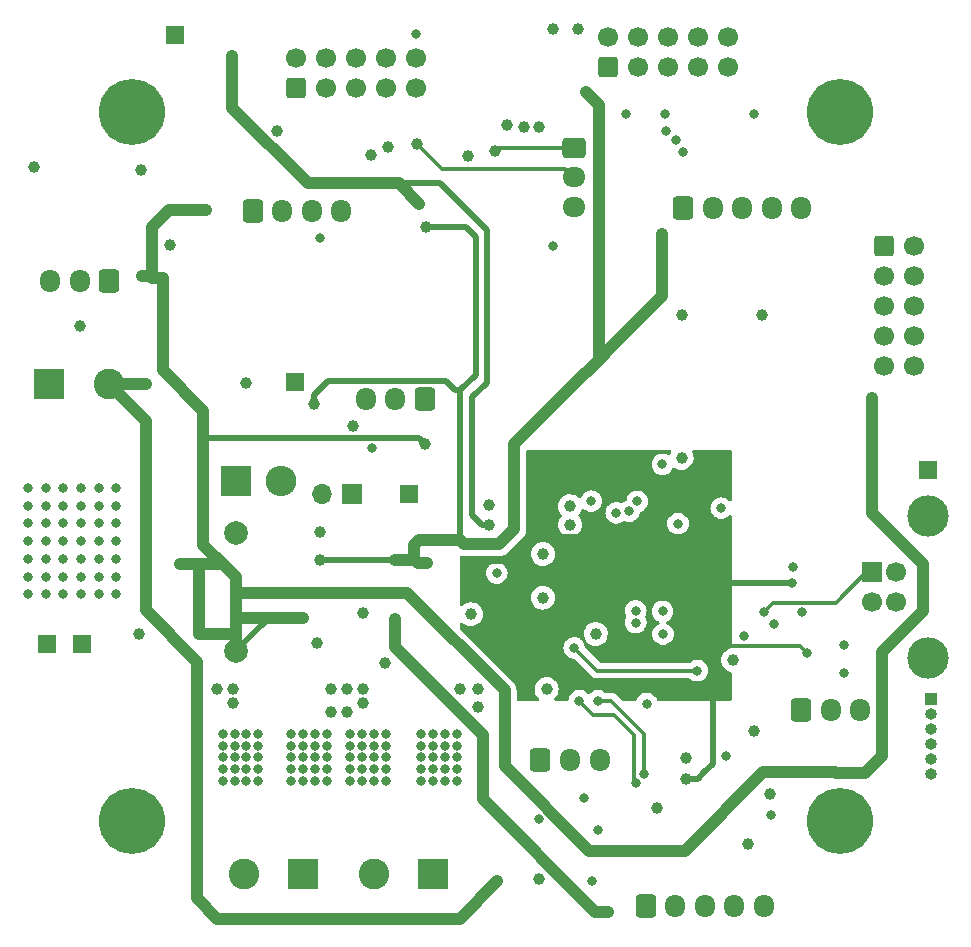
<source format=gbr>
%TF.GenerationSoftware,KiCad,Pcbnew,6.0.10*%
%TF.CreationDate,2023-01-12T12:24:56+03:00*%
%TF.ProjectId,nitrogen,6e697472-6f67-4656-9e2e-6b696361645f,rev?*%
%TF.SameCoordinates,Original*%
%TF.FileFunction,Copper,L3,Inr*%
%TF.FilePolarity,Positive*%
%FSLAX46Y46*%
G04 Gerber Fmt 4.6, Leading zero omitted, Abs format (unit mm)*
G04 Created by KiCad (PCBNEW 6.0.10) date 2023-01-12 12:24:56*
%MOMM*%
%LPD*%
G01*
G04 APERTURE LIST*
G04 Aperture macros list*
%AMRoundRect*
0 Rectangle with rounded corners*
0 $1 Rounding radius*
0 $2 $3 $4 $5 $6 $7 $8 $9 X,Y pos of 4 corners*
0 Add a 4 corners polygon primitive as box body*
4,1,4,$2,$3,$4,$5,$6,$7,$8,$9,$2,$3,0*
0 Add four circle primitives for the rounded corners*
1,1,$1+$1,$2,$3*
1,1,$1+$1,$4,$5*
1,1,$1+$1,$6,$7*
1,1,$1+$1,$8,$9*
0 Add four rect primitives between the rounded corners*
20,1,$1+$1,$2,$3,$4,$5,0*
20,1,$1+$1,$4,$5,$6,$7,0*
20,1,$1+$1,$6,$7,$8,$9,0*
20,1,$1+$1,$8,$9,$2,$3,0*%
G04 Aperture macros list end*
%TA.AperFunction,ComponentPad*%
%ADD10C,5.600000*%
%TD*%
%TA.AperFunction,ComponentPad*%
%ADD11RoundRect,0.250000X-0.600000X-0.725000X0.600000X-0.725000X0.600000X0.725000X-0.600000X0.725000X0*%
%TD*%
%TA.AperFunction,ComponentPad*%
%ADD12O,1.700000X1.950000*%
%TD*%
%TA.AperFunction,ComponentPad*%
%ADD13R,2.600000X2.600000*%
%TD*%
%TA.AperFunction,ComponentPad*%
%ADD14C,2.600000*%
%TD*%
%TA.AperFunction,ComponentPad*%
%ADD15R,1.500000X1.500000*%
%TD*%
%TA.AperFunction,ComponentPad*%
%ADD16O,2.600000X2.600000*%
%TD*%
%TA.AperFunction,ComponentPad*%
%ADD17RoundRect,0.250000X-0.600000X-0.600000X0.600000X-0.600000X0.600000X0.600000X-0.600000X0.600000X0*%
%TD*%
%TA.AperFunction,ComponentPad*%
%ADD18C,1.700000*%
%TD*%
%TA.AperFunction,ComponentPad*%
%ADD19RoundRect,0.250000X0.600000X-0.600000X0.600000X0.600000X-0.600000X0.600000X-0.600000X-0.600000X0*%
%TD*%
%TA.AperFunction,ComponentPad*%
%ADD20RoundRect,0.250000X0.600000X0.725000X-0.600000X0.725000X-0.600000X-0.725000X0.600000X-0.725000X0*%
%TD*%
%TA.AperFunction,ComponentPad*%
%ADD21R,1.700000X1.700000*%
%TD*%
%TA.AperFunction,ComponentPad*%
%ADD22O,1.700000X1.700000*%
%TD*%
%TA.AperFunction,ComponentPad*%
%ADD23RoundRect,0.250000X-0.725000X0.600000X-0.725000X-0.600000X0.725000X-0.600000X0.725000X0.600000X0*%
%TD*%
%TA.AperFunction,ComponentPad*%
%ADD24O,1.950000X1.700000*%
%TD*%
%TA.AperFunction,ComponentPad*%
%ADD25C,2.000000*%
%TD*%
%TA.AperFunction,ComponentPad*%
%ADD26R,1.000000X1.000000*%
%TD*%
%TA.AperFunction,ComponentPad*%
%ADD27O,1.000000X1.000000*%
%TD*%
%TA.AperFunction,ComponentPad*%
%ADD28C,3.500000*%
%TD*%
%TA.AperFunction,ViaPad*%
%ADD29C,1.000000*%
%TD*%
%TA.AperFunction,ViaPad*%
%ADD30C,0.800000*%
%TD*%
%TA.AperFunction,Conductor*%
%ADD31C,0.500000*%
%TD*%
%TA.AperFunction,Conductor*%
%ADD32C,1.000000*%
%TD*%
%TA.AperFunction,Conductor*%
%ADD33C,0.300000*%
%TD*%
G04 APERTURE END LIST*
D10*
%TO.N,N/C*%
%TO.C,H1*%
X169000000Y-55000000D03*
%TD*%
D11*
%TO.N,Net-(J15-Pad1)*%
%TO.C,J15*%
X165658800Y-105613200D03*
D12*
%TO.N,Net-(J15-Pad2)*%
X168158800Y-105613200D03*
%TO.N,GND*%
X170658800Y-105613200D03*
%TD*%
D13*
%TO.N,/P2*%
%TO.C,J3*%
X123500000Y-119500000D03*
D14*
%TO.N,/P3*%
X118500000Y-119500000D03*
%TD*%
D15*
%TO.N,Net-(C14-Pad1)*%
%TO.C,TP2*%
X122800000Y-77800000D03*
%TD*%
D13*
%TO.N,Net-(D12-Pad1)*%
%TO.C,D12*%
X117805000Y-86166000D03*
D16*
%TO.N,GND*%
X121615000Y-86166000D03*
%TD*%
D11*
%TO.N,/MCU/485B*%
%TO.C,J9*%
X152500000Y-122200000D03*
D12*
%TO.N,/MCU/485A*%
X155000000Y-122200000D03*
%TO.N,GND*%
X157500000Y-122200000D03*
%TO.N,/MCU/CANL*%
X160000000Y-122200000D03*
%TO.N,/MCU/CANH*%
X162500000Y-122200000D03*
%TD*%
D17*
%TO.N,Net-(J11-Pad1)*%
%TO.C,J11*%
X172647500Y-66320000D03*
D18*
%TO.N,Net-(J11-Pad2)*%
X175187500Y-66320000D03*
%TO.N,Net-(J11-Pad3)*%
X172647500Y-68860000D03*
%TO.N,Net-(J11-Pad4)*%
X175187500Y-68860000D03*
%TO.N,Net-(J11-Pad5)*%
X172647500Y-71400000D03*
%TO.N,Net-(J11-Pad6)*%
X175187500Y-71400000D03*
%TO.N,Net-(J11-Pad7)*%
X172647500Y-73940000D03*
%TO.N,Net-(J11-Pad8)*%
X175187500Y-73940000D03*
%TO.N,GND*%
X172647500Y-76480000D03*
X175187500Y-76480000D03*
%TD*%
D15*
%TO.N,+3.3VADC*%
%TO.C,TP6*%
X112623600Y-48412400D03*
%TD*%
D11*
%TO.N,GNDPWR*%
%TO.C,J6*%
X119233500Y-63359000D03*
D12*
%TO.N,Net-(J6-Pad2)*%
X121733500Y-63359000D03*
%TO.N,Net-(J6-Pad3)*%
X124233500Y-63359000D03*
%TO.N,/MCU/ADC_EXT*%
X126733500Y-63359000D03*
%TD*%
D19*
%TO.N,/MCU/ADC0*%
%TO.C,J4*%
X122920000Y-52900000D03*
D18*
%TO.N,/MCU/ADC1*%
X122920000Y-50360000D03*
%TO.N,/MCU/ADC2*%
X125460000Y-52900000D03*
%TO.N,/MCU/ADC3*%
X125460000Y-50360000D03*
%TO.N,/MCU/ADC4*%
X128000000Y-52900000D03*
%TO.N,/MCU/ADC5*%
X128000000Y-50360000D03*
%TO.N,/MCU/ADC6*%
X130540000Y-52900000D03*
%TO.N,/MCU/ADC7*%
X130540000Y-50360000D03*
%TO.N,GNDPWR*%
X133080000Y-52900000D03*
X133080000Y-50360000D03*
%TD*%
D20*
%TO.N,Net-(J5-Pad1)*%
%TO.C,J5*%
X133800000Y-79300000D03*
D12*
%TO.N,Net-(J5-Pad2)*%
X131300000Y-79300000D03*
%TO.N,GND*%
X128800000Y-79300000D03*
%TD*%
D15*
%TO.N,Net-(D5-Pad1)*%
%TO.C,TP1*%
X176416500Y-85306600D03*
%TD*%
D21*
%TO.N,Net-(J16-Pad1)*%
%TO.C,J16*%
X127650000Y-87300000D03*
D22*
%TO.N,Net-(J16-Pad2)*%
X125110000Y-87300000D03*
%TD*%
D13*
%TO.N,GND*%
%TO.C,J13*%
X102031000Y-77982000D03*
D14*
%TO.N,Vdrive*%
X107031000Y-77982000D03*
%TD*%
D23*
%TO.N,/MCU/ADC9*%
%TO.C,J1*%
X146400000Y-58000000D03*
D24*
%TO.N,/MCU/ADC8*%
X146400000Y-60500000D03*
%TO.N,GNDPWR*%
X146400000Y-63000000D03*
%TD*%
D13*
%TO.N,/P0*%
%TO.C,J2*%
X134500000Y-119500000D03*
D14*
%TO.N,/P1*%
X129500000Y-119500000D03*
%TD*%
D15*
%TO.N,+5V*%
%TO.C,TP4*%
X104800000Y-100000000D03*
%TD*%
D19*
%TO.N,Net-(J10-Pad1)*%
%TO.C,J10*%
X149320000Y-51152500D03*
D18*
%TO.N,GND*%
X149320000Y-48612500D03*
%TO.N,Net-(J10-Pad3)*%
X151860000Y-51152500D03*
%TO.N,Net-(J10-Pad4)*%
X151860000Y-48612500D03*
%TO.N,Net-(J10-Pad5)*%
X154400000Y-51152500D03*
%TO.N,Net-(J10-Pad6)*%
X154400000Y-48612500D03*
%TO.N,Net-(J10-Pad7)*%
X156940000Y-51152500D03*
%TO.N,Net-(J10-Pad8)*%
X156940000Y-48612500D03*
%TO.N,Net-(J10-Pad9)*%
X159480000Y-51152500D03*
%TO.N,GND*%
X159480000Y-48612500D03*
%TD*%
D10*
%TO.N,N/C*%
%TO.C,H3*%
X109000000Y-115000000D03*
%TD*%
%TO.N,N/C*%
%TO.C,H4*%
X169000000Y-115000000D03*
%TD*%
D15*
%TO.N,GND*%
%TO.C,TP3*%
X101800000Y-100000000D03*
%TD*%
%TO.N,+3.3V*%
%TO.C,TP5*%
X132500000Y-87300000D03*
%TD*%
D11*
%TO.N,Net-(J18-Pad1)*%
%TO.C,J18*%
X155700000Y-63100000D03*
D12*
%TO.N,Net-(J18-Pad2)*%
X158200000Y-63100000D03*
%TO.N,Net-(J18-Pad3)*%
X160700000Y-63100000D03*
%TO.N,Net-(J18-Pad4)*%
X163200000Y-63100000D03*
%TO.N,Net-(J18-Pad5)*%
X165700000Y-63100000D03*
%TD*%
D11*
%TO.N,Net-(J14-Pad1)*%
%TO.C,J14*%
X143600000Y-109800000D03*
D12*
%TO.N,Net-(J14-Pad2)*%
X146100000Y-109800000D03*
%TO.N,GND*%
X148600000Y-109800000D03*
%TD*%
D25*
%TO.N,+5V*%
%TO.C,L1*%
X117785000Y-100611000D03*
%TO.N,Net-(D12-Pad1)*%
X117785000Y-90611000D03*
%TD*%
D26*
%TO.N,/MCU/SWCLK*%
%TO.C,J7*%
X176631600Y-104648000D03*
D27*
%TO.N,/MCU/SWDIO*%
X176631600Y-105918000D03*
%TO.N,GND*%
X176631600Y-107188000D03*
%TO.N,Net-(J7-Pad4)*%
X176631600Y-108458000D03*
%TO.N,/MCU/BOOT0*%
X176631600Y-109728000D03*
%TO.N,/MCU/NRST*%
X176631600Y-110998000D03*
%TD*%
D21*
%TO.N,/MCU/VB*%
%TO.C,J8*%
X171690000Y-93930000D03*
D18*
%TO.N,Net-(J8-Pad2)*%
X171690000Y-96430000D03*
%TO.N,Net-(J8-Pad3)*%
X173690000Y-96430000D03*
%TO.N,GND*%
X173690000Y-93930000D03*
D28*
X176400000Y-89160000D03*
X176400000Y-101200000D03*
%TD*%
D10*
%TO.N,N/C*%
%TO.C,H2*%
X109000000Y-55000000D03*
%TD*%
D20*
%TO.N,Net-(J12-Pad1)*%
%TO.C,J12*%
X107100000Y-69300000D03*
D12*
%TO.N,Net-(J12-Pad2)*%
X104600000Y-69300000D03*
%TO.N,GND*%
X102100000Y-69300000D03*
%TD*%
D29*
%TO.N,+5V*%
X109829600Y-68847800D03*
%TO.N,+3.3V*%
X147487500Y-53300000D03*
X124460000Y-79705200D03*
X133958062Y-93159438D03*
X133908800Y-64668400D03*
X104597200Y-73048500D03*
X153887500Y-67041700D03*
X149352000Y-122682000D03*
X124967600Y-92862400D03*
D30*
X153887500Y-65300000D03*
D29*
X131267600Y-92862400D03*
X131267600Y-97905700D03*
D30*
%TO.N,GND*%
X101700000Y-95800000D03*
X103200000Y-91300000D03*
X103200000Y-92800000D03*
D29*
X153492200Y-113893600D03*
D30*
X100200000Y-86800000D03*
X104700000Y-86800000D03*
X101700000Y-88300000D03*
D29*
X161188400Y-116941600D03*
X128574800Y-97383600D03*
X137718800Y-97485200D03*
D30*
X103200000Y-94300000D03*
D29*
X155905200Y-109678300D03*
D30*
X106200000Y-94300000D03*
D29*
X117551200Y-105003600D03*
D30*
X100200000Y-94300000D03*
D29*
X124967600Y-90562400D03*
X117551200Y-103784400D03*
X109600000Y-99150000D03*
X161695300Y-107391200D03*
X128574800Y-103784400D03*
D30*
X101700000Y-89800000D03*
D29*
X146800000Y-47900000D03*
X127203200Y-105765600D03*
D30*
X107700000Y-91300000D03*
D29*
X146099700Y-89916000D03*
D30*
X107700000Y-94300000D03*
D29*
X163068000Y-112674400D03*
D30*
X101700000Y-86800000D03*
X100200000Y-92800000D03*
D29*
X125845506Y-105770608D03*
D30*
X107700000Y-89800000D03*
X107700000Y-88300000D03*
X103200000Y-88300000D03*
X100200000Y-95800000D03*
X100200000Y-88300000D03*
D29*
X148285200Y-99161600D03*
D30*
X104700000Y-94300000D03*
X103200000Y-95800000D03*
D29*
X127700000Y-81587500D03*
X155550700Y-84277200D03*
D30*
X104700000Y-91300000D03*
X106200000Y-89800000D03*
D29*
X159917300Y-101371400D03*
D30*
X106200000Y-92800000D03*
X107700000Y-95800000D03*
D29*
X138277600Y-103784400D03*
X118674000Y-77901000D03*
D30*
X104700000Y-92800000D03*
X104700000Y-88300000D03*
D29*
X128574800Y-105003600D03*
D30*
X106200000Y-88300000D03*
D29*
X127220000Y-103800000D03*
D30*
X106200000Y-86800000D03*
D29*
X146099700Y-88341200D03*
X125848300Y-103800000D03*
X144118500Y-103824900D03*
D30*
X101700000Y-94300000D03*
X107700000Y-92800000D03*
X101700000Y-92800000D03*
X101700000Y-91300000D03*
X104700000Y-89800000D03*
X106200000Y-91300000D03*
X100200000Y-91300000D03*
D29*
X136780000Y-103800000D03*
D30*
X104700000Y-95800000D03*
X107700000Y-86800000D03*
X103200000Y-89800000D03*
X106200000Y-95800000D03*
X165709600Y-97282000D03*
X103200000Y-86800000D03*
D29*
X138277600Y-105359200D03*
X116230400Y-103784400D03*
X143459200Y-119938800D03*
D30*
X100200000Y-89800000D03*
D29*
X155600400Y-72136000D03*
X162356800Y-72136000D03*
%TO.N,/MCU/OSC_IN*%
X143814800Y-96084000D03*
%TO.N,/MCU/OSC_OUT*%
X143814800Y-92384000D03*
D30*
%TO.N,/MCU/NRST*%
X169316400Y-100100000D03*
X139900000Y-94000000D03*
X169316400Y-102463600D03*
%TO.N,/MCU/BOOT0*%
X156870400Y-102260400D03*
X146456400Y-100330000D03*
%TO.N,/MCU/MCU3v3*%
X158191200Y-101371400D03*
D29*
X142393500Y-103759000D03*
D30*
X144374700Y-89916000D03*
X144374700Y-88341200D03*
D29*
X155905200Y-111403300D03*
D30*
X139462500Y-97500000D03*
X166168700Y-100787200D03*
X164900000Y-94800000D03*
X157275700Y-84277200D03*
D29*
X137900000Y-93900000D03*
%TO.N,+5V*%
X171700000Y-79200000D03*
X167589200Y-110845600D03*
X113100000Y-93200000D03*
X123531800Y-97790000D03*
X133807200Y-83056100D03*
X115317900Y-63296800D03*
X114700000Y-99150000D03*
X171700000Y-80500000D03*
X168599312Y-110900688D03*
%TO.N,GNDPWR*%
X121300000Y-56600000D03*
X112250000Y-66262500D03*
X139242800Y-88239600D03*
X100700000Y-59600000D03*
X109800000Y-59900000D03*
X144700000Y-47900000D03*
D30*
%TO.N,Vdrive*%
X139900000Y-120100000D03*
X114500000Y-120200000D03*
D29*
X118500000Y-123250000D03*
D30*
X134350000Y-123250000D03*
D29*
X110165000Y-78003000D03*
D30*
%TO.N,/MCU/VB*%
X162500000Y-97300000D03*
D29*
%TO.N,/MCU/ADC2*%
X140800688Y-56099312D03*
%TO.N,/MCU/ADC4*%
X143500000Y-56200000D03*
%TO.N,/MCU/ADC6*%
X130700000Y-57900000D03*
%TO.N,/MCU/ADC8*%
X133110000Y-57660000D03*
D30*
%TO.N,/MCU/ADC9*%
X133096000Y-48371000D03*
D29*
X139750800Y-58300000D03*
%TO.N,/MCU/ADC7*%
X137464800Y-58724800D03*
%TO.N,/MCU/ADC5*%
X129235200Y-58623200D03*
%TO.N,/MCU/ADC3*%
X142200000Y-56200000D03*
D30*
%TO.N,/MCU/SWDIO*%
X160832800Y-99314000D03*
%TO.N,/MCU/USB_PU*%
X164951900Y-93495800D03*
D29*
%TO.N,+3.3VADC*%
X133350000Y-62750000D03*
X117500000Y-50200000D03*
X139242800Y-89964600D03*
X117500000Y-52200000D03*
%TO.N,PWM3*%
X124663200Y-99923600D03*
%TO.N,PWM1*%
X130405500Y-101600000D03*
D30*
%TO.N,/MCU/Buzzer*%
X147900000Y-87900000D03*
X129300000Y-83400000D03*
%TO.N,/MCU/USB_DP*%
X163362800Y-98311400D03*
%TO.N,/MCU/SPI2_MISO*%
X150012400Y-88900000D03*
X150876000Y-55168800D03*
%TO.N,/MCU/SPI2_SCK*%
X158902400Y-88493600D03*
X161645600Y-55168800D03*
%TO.N,/MCU/I2C1_SCL*%
X148463000Y-104800400D03*
X152391000Y-111016098D03*
%TO.N,/MCU/I2C1_SDA*%
X151649500Y-111800000D03*
X146888200Y-104800400D03*
%TO.N,/MCU/SCRN_DCRS*%
X153924000Y-84785200D03*
X155651200Y-58318400D03*
%TO.N,/MCU/SPI2_MOSI*%
X155244800Y-89814400D03*
X155041600Y-57353200D03*
%TO.N,/MCU/SCRN_RST*%
X151790400Y-87934800D03*
X154228800Y-56540400D03*
%TO.N,/MCU/SPI2_NSS*%
X151130000Y-88747600D03*
X154178000Y-55118000D03*
%TO.N,/MCU/CAN_RX*%
X159308800Y-109524800D03*
%TO.N,/MCU/CAN_TX*%
X152603200Y-105054400D03*
%TO.N,/MCU/U2Rx*%
X147269200Y-113080800D03*
%TO.N,/MCU/DE*%
X148488400Y-115722400D03*
%TO.N,/MCU/U2Tx*%
X143459200Y-114808000D03*
%TO.N,/P2*%
X124500000Y-111600000D03*
X123500000Y-109600000D03*
X124500000Y-109600000D03*
X125500000Y-110600000D03*
X122500000Y-109600000D03*
X125500000Y-108600000D03*
X122500000Y-107600000D03*
X122500000Y-110600000D03*
X123500000Y-111600000D03*
X125500000Y-111600000D03*
X122500000Y-111600000D03*
X122500000Y-108600000D03*
X124500000Y-107600000D03*
X125500000Y-107600000D03*
X123500000Y-110600000D03*
X124500000Y-108600000D03*
X123500000Y-108600000D03*
X125500000Y-109600000D03*
X123500000Y-107600000D03*
X124500000Y-110600000D03*
%TO.N,/P3*%
X116700000Y-107600000D03*
X118700000Y-109600000D03*
X116700000Y-108600000D03*
X118700000Y-110600000D03*
X117700000Y-110600000D03*
X119700000Y-111600000D03*
X116700000Y-111600000D03*
X119700000Y-109600000D03*
X119700000Y-108600000D03*
X117700000Y-111600000D03*
X118700000Y-108600000D03*
X117700000Y-107600000D03*
X118700000Y-111600000D03*
X116700000Y-109600000D03*
X119700000Y-110600000D03*
X116700000Y-110600000D03*
X118700000Y-107600000D03*
X117700000Y-109600000D03*
X119700000Y-107600000D03*
X117700000Y-108600000D03*
%TO.N,/P1*%
X130500000Y-111600000D03*
X128500000Y-109600000D03*
X128500000Y-108600000D03*
X127500000Y-108600000D03*
X129500000Y-110600000D03*
X127500000Y-109600000D03*
X129500000Y-108600000D03*
X130500000Y-109600000D03*
X127500000Y-111600000D03*
X130500000Y-107600000D03*
X130500000Y-108600000D03*
X130500000Y-110600000D03*
X129500000Y-109600000D03*
X127500000Y-110600000D03*
X129500000Y-111600000D03*
X127500000Y-107600000D03*
X128500000Y-107600000D03*
X128500000Y-110600000D03*
X128500000Y-111600000D03*
X129500000Y-107600000D03*
%TO.N,/P0*%
X135500000Y-110600000D03*
X136500000Y-109600000D03*
X135500000Y-111600000D03*
X135500000Y-109600000D03*
X134500000Y-108600000D03*
X133500000Y-108600000D03*
X133500000Y-107600000D03*
X136500000Y-111600000D03*
X136500000Y-107600000D03*
X134500000Y-107600000D03*
X134500000Y-109600000D03*
X136500000Y-108600000D03*
X135500000Y-108600000D03*
X133500000Y-111600000D03*
X134500000Y-111600000D03*
X134500000Y-110600000D03*
X133500000Y-109600000D03*
X136500000Y-110600000D03*
X133500000Y-110600000D03*
X135500000Y-107600000D03*
%TO.N,Net-(R44-Pad2)*%
X163100000Y-114486900D03*
%TO.N,Net-(C4-Pad2)*%
X147980400Y-120040400D03*
%TO.N,Net-(D8-Pad1)*%
X124921000Y-65659000D03*
X144678400Y-66294000D03*
%TO.N,/MCU/Tx*%
X151668900Y-97196897D03*
%TO.N,/MCU/Rx*%
X151668900Y-98196400D03*
%TO.N,/MCU/SCL*%
X153943900Y-97246400D03*
%TO.N,/MCU/SDA*%
X153974800Y-99161600D03*
%TD*%
D31*
%TO.N,+3.3V*%
X124460000Y-78892400D02*
X124460000Y-79705200D01*
X136800000Y-78532400D02*
X136800000Y-91200000D01*
D32*
X133958062Y-93159438D02*
X133189838Y-93159438D01*
D31*
X136800000Y-78532400D02*
X136342800Y-78532400D01*
X124967600Y-92862400D02*
X131267600Y-92862400D01*
D32*
X140106400Y-91541600D02*
X137141600Y-91541600D01*
X138709400Y-113157000D02*
X138709400Y-107721400D01*
D31*
X125577600Y-77774800D02*
X124460000Y-78892400D01*
D32*
X149910800Y-74523600D02*
X153887500Y-70546900D01*
X149352000Y-122682000D02*
X149067056Y-122682000D01*
D31*
X138125200Y-77207200D02*
X136800000Y-78532400D01*
X135585200Y-77774800D02*
X125577600Y-77774800D01*
D32*
X153887500Y-70546900D02*
X153887500Y-67041700D01*
X141376400Y-90271600D02*
X141376400Y-83049200D01*
X137141600Y-91541600D02*
X136800000Y-91200000D01*
D31*
X137261600Y-64668400D02*
X138125200Y-65532000D01*
D32*
X153887500Y-67041700D02*
X153887500Y-65300000D01*
X132892800Y-92862400D02*
X132892800Y-91592400D01*
D31*
X136342800Y-78532400D02*
X135585200Y-77774800D01*
D32*
X133285200Y-91200000D02*
X136800000Y-91200000D01*
X148234400Y-122682000D02*
X138709400Y-113157000D01*
X146608800Y-77825600D02*
X148259800Y-76174600D01*
X132892800Y-91592400D02*
X133285200Y-91200000D01*
X138709400Y-107721400D02*
X131267600Y-100279600D01*
X148515950Y-54328450D02*
X148515950Y-75918450D01*
X141376400Y-83049200D02*
X146600000Y-77825600D01*
X148259800Y-76174600D02*
X149910800Y-74523600D01*
X149352000Y-122682000D02*
X148234400Y-122682000D01*
X131267600Y-100279600D02*
X131267600Y-97905700D01*
X131267600Y-92862400D02*
X132892800Y-92862400D01*
D31*
X146600000Y-77825600D02*
X146608800Y-77825600D01*
D32*
X133189838Y-93159438D02*
X132892800Y-92862400D01*
X140106400Y-91541600D02*
X141376400Y-90271600D01*
D31*
X133908800Y-64668400D02*
X137261600Y-64668400D01*
D32*
X148515950Y-75918450D02*
X148259800Y-76174600D01*
D31*
X138125200Y-65532000D02*
X138125200Y-77207200D01*
D32*
X148515950Y-54328450D02*
X147487500Y-53300000D01*
D33*
%TO.N,/MCU/BOOT0*%
X148386800Y-102260400D02*
X146456400Y-100330000D01*
X156870400Y-102260400D02*
X148386800Y-102260400D01*
D31*
%TO.N,/MCU/MCU3v3*%
X164900000Y-94800000D02*
X158300000Y-94800000D01*
X142168000Y-92632000D02*
X141850000Y-92950000D01*
X142868000Y-90932000D02*
X151384000Y-90932000D01*
X142393500Y-101395700D02*
X142417800Y-101371400D01*
X158300000Y-94800000D02*
X157995200Y-94800000D01*
X151384000Y-90932000D02*
X151384000Y-92964000D01*
X142900400Y-88493600D02*
X142900400Y-89916000D01*
X142900400Y-89916000D02*
X142900400Y-90899600D01*
X142417800Y-100455300D02*
X139462500Y-97500000D01*
X141850000Y-92950000D02*
X138850000Y-92950000D01*
X155905200Y-111403300D02*
X156932669Y-111403300D01*
X151384000Y-92964000D02*
X153220000Y-94800000D01*
X158191200Y-94908800D02*
X158300000Y-94800000D01*
X143052800Y-88341200D02*
X142900400Y-88493600D01*
X158191200Y-110144768D02*
X157467984Y-110867984D01*
X142900400Y-90899600D02*
X142868000Y-90932000D01*
X142168000Y-91768000D02*
X142168000Y-92632000D01*
X139462500Y-97500000D02*
X139462500Y-95462500D01*
X142393500Y-103759000D02*
X142393500Y-101395700D01*
X144374700Y-88341200D02*
X143052800Y-88341200D01*
X158191200Y-100177600D02*
X158191200Y-94908800D01*
X142168000Y-91632000D02*
X142168000Y-91768000D01*
X142900400Y-89916000D02*
X144374700Y-89916000D01*
X142900400Y-90899600D02*
X142168000Y-91632000D01*
X151384000Y-90168900D02*
X151384000Y-90932000D01*
X156932669Y-111403300D02*
X157467984Y-110867984D01*
X142417800Y-101371400D02*
X142417800Y-100455300D01*
X158191200Y-101371400D02*
X158191200Y-110144768D01*
X153220000Y-94800000D02*
X157995200Y-94800000D01*
D33*
X158191200Y-100177600D02*
X165559100Y-100177600D01*
D31*
X158191200Y-101371400D02*
X158191200Y-100177600D01*
X139462500Y-95462500D02*
X137900000Y-93900000D01*
D33*
X165559100Y-100177600D02*
X166168700Y-100787200D01*
D31*
X157275700Y-84277200D02*
X151384000Y-90168900D01*
X137900000Y-93900000D02*
X138850000Y-92950000D01*
D32*
%TO.N,+5V*%
X117785000Y-96133800D02*
X117785000Y-95839400D01*
X117785000Y-95839400D02*
X117785000Y-94366200D01*
X111600000Y-76802000D02*
X115062000Y-80264000D01*
X117785000Y-100611000D02*
X117785000Y-99080200D01*
X117968000Y-95656400D02*
X132283200Y-95656400D01*
X110730400Y-69000000D02*
X110730400Y-64732800D01*
X117906800Y-97790000D02*
X117785000Y-97911800D01*
X117715200Y-99150000D02*
X117785000Y-99080200D01*
X176000000Y-93200000D02*
X176000000Y-97200000D01*
D31*
X109815800Y-68834000D02*
X109829600Y-68847800D01*
D32*
X114700000Y-93211600D02*
X114688400Y-93200000D01*
X114688400Y-93200000D02*
X116618800Y-93200000D01*
X140563400Y-103936600D02*
X140563400Y-110357256D01*
X116618800Y-93200000D02*
X116687600Y-93268800D01*
X113100000Y-93200000D02*
X114688400Y-93200000D01*
X109829600Y-68847800D02*
X110578200Y-68847800D01*
X172541000Y-100659000D02*
X172541000Y-109449800D01*
X114700000Y-99150000D02*
X114700000Y-93211600D01*
X140563400Y-110357256D02*
X147706144Y-117500000D01*
X117785000Y-97911800D02*
X117785000Y-96133800D01*
X132283200Y-95656400D02*
X140563400Y-103936600D01*
X147706144Y-117500000D02*
X155804000Y-117500000D01*
X171700000Y-88900000D02*
X176000000Y-93200000D01*
X123531800Y-97790000D02*
X117906800Y-97790000D01*
D31*
X133301589Y-82550489D02*
X133807200Y-83056100D01*
D32*
X162458400Y-110845600D02*
X167589200Y-110845600D01*
D31*
X115062000Y-82854800D02*
X115366311Y-82550489D01*
D32*
X172541000Y-109449800D02*
X171090112Y-110900688D01*
X115062000Y-91643200D02*
X115214400Y-91795600D01*
X171090112Y-110900688D02*
X168599312Y-110900688D01*
X176000000Y-97200000D02*
X172541000Y-100659000D01*
X167589200Y-110845600D02*
X168544224Y-110845600D01*
X114700000Y-99150000D02*
X117715200Y-99150000D01*
D31*
X115366311Y-82550489D02*
X133301589Y-82550489D01*
D32*
X117785000Y-95839400D02*
X117968000Y-95656400D01*
X112166400Y-63296800D02*
X115317900Y-63296800D01*
X168544224Y-110845600D02*
X168599312Y-110900688D01*
X171700000Y-80500000D02*
X171700000Y-88900000D01*
X117785000Y-94366200D02*
X116687600Y-93268800D01*
X110730400Y-64732800D02*
X110998000Y-64465200D01*
X111600000Y-76192400D02*
X111600000Y-76802000D01*
X155804000Y-117500000D02*
X162458400Y-110845600D01*
X111600000Y-69000000D02*
X110730400Y-69000000D01*
X116687600Y-93268800D02*
X115214400Y-91795600D01*
X117785000Y-99080200D02*
X117785000Y-97911800D01*
X110998000Y-64465200D02*
X112166400Y-63296800D01*
X115062000Y-80264000D02*
X115062000Y-82854800D01*
X111600000Y-76192400D02*
X111600000Y-69000000D01*
X171700000Y-80500000D02*
X171700000Y-79200000D01*
X115062000Y-82854800D02*
X115062000Y-91643200D01*
D31*
X120600029Y-97777334D02*
X117779029Y-100598334D01*
D32*
%TO.N,Vdrive*%
X114500000Y-120200000D02*
X114500000Y-101495200D01*
X139900000Y-120100000D02*
X136750000Y-123250000D01*
X110165000Y-81116000D02*
X110165000Y-82570200D01*
X110144000Y-77982000D02*
X110165000Y-78003000D01*
X110165000Y-97160200D02*
X110165000Y-82570200D01*
X116250000Y-123250000D02*
X118500000Y-123250000D01*
X107031000Y-77982000D02*
X110144000Y-77982000D01*
X114500000Y-101495200D02*
X110165000Y-97160200D01*
X116250000Y-123250000D02*
X114500000Y-121500000D01*
X136750000Y-123250000D02*
X118500000Y-123250000D01*
X107031000Y-77982000D02*
X110165000Y-81116000D01*
X114500000Y-121500000D02*
X114500000Y-120200000D01*
D33*
%TO.N,/MCU/VB*%
X171170000Y-93930000D02*
X168600000Y-96500000D01*
X163300000Y-96500000D02*
X162500000Y-97300000D01*
X168600000Y-96500000D02*
X163300000Y-96500000D01*
X171690000Y-93930000D02*
X171170000Y-93930000D01*
%TO.N,/MCU/ADC8*%
X145700000Y-59800000D02*
X135250000Y-59800000D01*
X135250000Y-59800000D02*
X133110000Y-57660000D01*
X146400000Y-60500000D02*
X145700000Y-59800000D01*
%TO.N,/MCU/ADC9*%
X140050800Y-58000000D02*
X139750800Y-58300000D01*
X146400000Y-58000000D02*
X140050800Y-58000000D01*
D31*
%TO.N,+3.3VADC*%
X135128000Y-61010800D02*
X131610800Y-61010800D01*
X139242800Y-89964600D02*
X138681800Y-89964600D01*
X137820400Y-79095600D02*
X139039600Y-77876400D01*
D32*
X117500000Y-50200000D02*
X117500000Y-52200000D01*
X117500000Y-54609600D02*
X117500000Y-52200000D01*
X123901200Y-61010800D02*
X117500000Y-54609600D01*
X131610800Y-61010800D02*
X123901200Y-61010800D01*
D31*
X139039600Y-77876400D02*
X139039600Y-64922400D01*
X138681800Y-89964600D02*
X137820400Y-89103200D01*
D32*
X133350000Y-62750000D02*
X131610800Y-61010800D01*
D31*
X137820400Y-89103200D02*
X137820400Y-79095600D01*
X139039600Y-64922400D02*
X135128000Y-61010800D01*
D33*
%TO.N,/MCU/I2C1_SCL*%
X152391000Y-107591000D02*
X152391000Y-111016098D01*
X149600400Y-104800400D02*
X152391000Y-107591000D01*
X148463000Y-104800400D02*
X149600400Y-104800400D01*
%TO.N,/MCU/I2C1_SDA*%
X151500000Y-111650500D02*
X151649500Y-111800000D01*
X148087800Y-106000000D02*
X149800000Y-106000000D01*
X146888200Y-104800400D02*
X148087800Y-106000000D01*
X151500000Y-111200000D02*
X151500000Y-111650500D01*
X151500000Y-107700000D02*
X151500000Y-111200000D01*
X149800000Y-106000000D02*
X151500000Y-107700000D01*
%TD*%
%TA.AperFunction,Conductor*%
%TO.N,/MCU/MCU3v3*%
G36*
X154627158Y-83620002D02*
G01*
X154673651Y-83673658D01*
X154683755Y-83743932D01*
X154669453Y-83786699D01*
X154619267Y-83877987D01*
X154617406Y-83883854D01*
X154617405Y-83883856D01*
X154597487Y-83946645D01*
X154557823Y-84005529D01*
X154492621Y-84033621D01*
X154422581Y-84022003D01*
X154403323Y-84010481D01*
X154386095Y-83997964D01*
X154380752Y-83994082D01*
X154374724Y-83991398D01*
X154374722Y-83991397D01*
X154212319Y-83919091D01*
X154212318Y-83919091D01*
X154206288Y-83916406D01*
X154086909Y-83891031D01*
X154025944Y-83878072D01*
X154025939Y-83878072D01*
X154019487Y-83876700D01*
X153828513Y-83876700D01*
X153822061Y-83878072D01*
X153822056Y-83878072D01*
X153761091Y-83891031D01*
X153641712Y-83916406D01*
X153635682Y-83919091D01*
X153635681Y-83919091D01*
X153473278Y-83991397D01*
X153473276Y-83991398D01*
X153467248Y-83994082D01*
X153461907Y-83997962D01*
X153461906Y-83997963D01*
X153444677Y-84010481D01*
X153312747Y-84106334D01*
X153184960Y-84248256D01*
X153089473Y-84413644D01*
X153030458Y-84595272D01*
X153010496Y-84785200D01*
X153030458Y-84975128D01*
X153089473Y-85156756D01*
X153184960Y-85322144D01*
X153312747Y-85464066D01*
X153467248Y-85576318D01*
X153473276Y-85579002D01*
X153473278Y-85579003D01*
X153635681Y-85651309D01*
X153641712Y-85653994D01*
X153735112Y-85673847D01*
X153822056Y-85692328D01*
X153822061Y-85692328D01*
X153828513Y-85693700D01*
X154019487Y-85693700D01*
X154025939Y-85692328D01*
X154025944Y-85692328D01*
X154112888Y-85673847D01*
X154206288Y-85653994D01*
X154212319Y-85651309D01*
X154374722Y-85579003D01*
X154374724Y-85579002D01*
X154380752Y-85576318D01*
X154535253Y-85464066D01*
X154663040Y-85322144D01*
X154758527Y-85156756D01*
X154760568Y-85150475D01*
X154763254Y-85144442D01*
X154765878Y-85145610D01*
X154798899Y-85097394D01*
X154864315Y-85069804D01*
X154934263Y-85081961D01*
X154960251Y-85099039D01*
X154972350Y-85109336D01*
X155144994Y-85205824D01*
X155333092Y-85266940D01*
X155529477Y-85290358D01*
X155535612Y-85289886D01*
X155535614Y-85289886D01*
X155720530Y-85275657D01*
X155720534Y-85275656D01*
X155726672Y-85275184D01*
X155917163Y-85221998D01*
X155922667Y-85219218D01*
X155922669Y-85219217D01*
X156088195Y-85135604D01*
X156088197Y-85135603D01*
X156093696Y-85132825D01*
X156249547Y-85011061D01*
X156378778Y-84861345D01*
X156476469Y-84689379D01*
X156538897Y-84501713D01*
X156563685Y-84305495D01*
X156564080Y-84277200D01*
X156544780Y-84080367D01*
X156487616Y-83891031D01*
X156431320Y-83785152D01*
X156417001Y-83715616D01*
X156442549Y-83649375D01*
X156499854Y-83607462D01*
X156542572Y-83600000D01*
X159674000Y-83600000D01*
X159742121Y-83620002D01*
X159788614Y-83673658D01*
X159800000Y-83726000D01*
X159800000Y-87804514D01*
X159779998Y-87872635D01*
X159726342Y-87919128D01*
X159656068Y-87929232D01*
X159591488Y-87899738D01*
X159580371Y-87888831D01*
X159513653Y-87814734D01*
X159359152Y-87702482D01*
X159353124Y-87699798D01*
X159353122Y-87699797D01*
X159190719Y-87627491D01*
X159190718Y-87627491D01*
X159184688Y-87624806D01*
X159091288Y-87604953D01*
X159004344Y-87586472D01*
X159004339Y-87586472D01*
X158997887Y-87585100D01*
X158806913Y-87585100D01*
X158800461Y-87586472D01*
X158800456Y-87586472D01*
X158713512Y-87604953D01*
X158620112Y-87624806D01*
X158614082Y-87627491D01*
X158614081Y-87627491D01*
X158451678Y-87699797D01*
X158451676Y-87699798D01*
X158445648Y-87702482D01*
X158291147Y-87814734D01*
X158286729Y-87819641D01*
X158286725Y-87819645D01*
X158171284Y-87947856D01*
X158163360Y-87956656D01*
X158118768Y-88033891D01*
X158082791Y-88096206D01*
X158067873Y-88122044D01*
X158008858Y-88303672D01*
X158008168Y-88310233D01*
X158008168Y-88310235D01*
X158001940Y-88369495D01*
X157988896Y-88493600D01*
X157989586Y-88500165D01*
X157997342Y-88573955D01*
X158008858Y-88683528D01*
X158067873Y-88865156D01*
X158071176Y-88870878D01*
X158071177Y-88870879D01*
X158092189Y-88907272D01*
X158163360Y-89030544D01*
X158167778Y-89035451D01*
X158167779Y-89035452D01*
X158262957Y-89141158D01*
X158291147Y-89172466D01*
X158344054Y-89210905D01*
X158435653Y-89277456D01*
X158445648Y-89284718D01*
X158451676Y-89287402D01*
X158451678Y-89287403D01*
X158603963Y-89355204D01*
X158620112Y-89362394D01*
X158713513Y-89382247D01*
X158800456Y-89400728D01*
X158800461Y-89400728D01*
X158806913Y-89402100D01*
X158997887Y-89402100D01*
X159004339Y-89400728D01*
X159004344Y-89400728D01*
X159091287Y-89382247D01*
X159184688Y-89362394D01*
X159200837Y-89355204D01*
X159353122Y-89287403D01*
X159353124Y-89287402D01*
X159359152Y-89284718D01*
X159369148Y-89277456D01*
X159460746Y-89210905D01*
X159513653Y-89172466D01*
X159580366Y-89098374D01*
X159640810Y-89061136D01*
X159711794Y-89062488D01*
X159770778Y-89102002D01*
X159799036Y-89167132D01*
X159800000Y-89182686D01*
X159800000Y-100260346D01*
X159779998Y-100328467D01*
X159726342Y-100374960D01*
X159709575Y-100381220D01*
X159537681Y-100431810D01*
X159532223Y-100434663D01*
X159532219Y-100434665D01*
X159472257Y-100466013D01*
X159362410Y-100523440D01*
X159208275Y-100647368D01*
X159081146Y-100798874D01*
X159078179Y-100804272D01*
X159078175Y-100804277D01*
X159046868Y-100861226D01*
X158985867Y-100972187D01*
X158984006Y-100978054D01*
X158984005Y-100978056D01*
X158973000Y-101012749D01*
X158926065Y-101160706D01*
X158904019Y-101357251D01*
X158920568Y-101554334D01*
X158928472Y-101581898D01*
X158970703Y-101729174D01*
X158975083Y-101744450D01*
X159065487Y-101920356D01*
X159188335Y-102075353D01*
X159338950Y-102203536D01*
X159511594Y-102300024D01*
X159517454Y-102301928D01*
X159693834Y-102359237D01*
X159693837Y-102359238D01*
X159699692Y-102361140D01*
X159702170Y-102361436D01*
X159763294Y-102394988D01*
X159797180Y-102457376D01*
X159800000Y-102483885D01*
X159800000Y-104674000D01*
X159779998Y-104742121D01*
X159726342Y-104788614D01*
X159674000Y-104800000D01*
X153567338Y-104800000D01*
X153499217Y-104779998D01*
X153452724Y-104726342D01*
X153447505Y-104712937D01*
X153439768Y-104689125D01*
X153439767Y-104689124D01*
X153437727Y-104682844D01*
X153342240Y-104517456D01*
X153315559Y-104487823D01*
X153218875Y-104380445D01*
X153218874Y-104380444D01*
X153214453Y-104375534D01*
X153059952Y-104263282D01*
X153053924Y-104260598D01*
X153053922Y-104260597D01*
X152891519Y-104188291D01*
X152891518Y-104188291D01*
X152885488Y-104185606D01*
X152779230Y-104163020D01*
X152705144Y-104147272D01*
X152705139Y-104147272D01*
X152698687Y-104145900D01*
X152507713Y-104145900D01*
X152501261Y-104147272D01*
X152501256Y-104147272D01*
X152427170Y-104163020D01*
X152320912Y-104185606D01*
X152314882Y-104188291D01*
X152314881Y-104188291D01*
X152152478Y-104260597D01*
X152152476Y-104260598D01*
X152146448Y-104263282D01*
X151991947Y-104375534D01*
X151987526Y-104380444D01*
X151987525Y-104380445D01*
X151890842Y-104487823D01*
X151864160Y-104517456D01*
X151768673Y-104682844D01*
X151766633Y-104689124D01*
X151766632Y-104689125D01*
X151758895Y-104712937D01*
X151718821Y-104771542D01*
X151653424Y-104799179D01*
X151639062Y-104800000D01*
X150583450Y-104800000D01*
X150515329Y-104779998D01*
X150494355Y-104763095D01*
X150124055Y-104392795D01*
X150116065Y-104384015D01*
X150116063Y-104384013D01*
X150111816Y-104377320D01*
X150060142Y-104328795D01*
X150057301Y-104326041D01*
X150036733Y-104305473D01*
X150033226Y-104302753D01*
X150024204Y-104295047D01*
X149996313Y-104268856D01*
X149990533Y-104263428D01*
X149983581Y-104259606D01*
X149971742Y-104253097D01*
X149955218Y-104242243D01*
X149944532Y-104233955D01*
X149938268Y-104229096D01*
X149930996Y-104225949D01*
X149930994Y-104225948D01*
X149895865Y-104210746D01*
X149885205Y-104205524D01*
X149851684Y-104187095D01*
X149851682Y-104187094D01*
X149844737Y-104183276D01*
X149823959Y-104177941D01*
X149805269Y-104171542D01*
X149785576Y-104163020D01*
X149739952Y-104155794D01*
X149728329Y-104153387D01*
X149699167Y-104145900D01*
X149683588Y-104141900D01*
X149662141Y-104141900D01*
X149642431Y-104140349D01*
X149629077Y-104138234D01*
X149621248Y-104136994D01*
X149575259Y-104141341D01*
X149563404Y-104141900D01*
X149143224Y-104141900D01*
X149075103Y-104121898D01*
X149069163Y-104117836D01*
X149068909Y-104117651D01*
X148919752Y-104009282D01*
X148913724Y-104006598D01*
X148913722Y-104006597D01*
X148751319Y-103934291D01*
X148751318Y-103934291D01*
X148745288Y-103931606D01*
X148651888Y-103911753D01*
X148564944Y-103893272D01*
X148564939Y-103893272D01*
X148558487Y-103891900D01*
X148367513Y-103891900D01*
X148361061Y-103893272D01*
X148361056Y-103893272D01*
X148274112Y-103911753D01*
X148180712Y-103931606D01*
X148174682Y-103934291D01*
X148174681Y-103934291D01*
X148012278Y-104006597D01*
X148012276Y-104006598D01*
X148006248Y-104009282D01*
X147851747Y-104121534D01*
X147788279Y-104192023D01*
X147769236Y-104213172D01*
X147708790Y-104250412D01*
X147637807Y-104249060D01*
X147581964Y-104213172D01*
X147562922Y-104192023D01*
X147499453Y-104121534D01*
X147344952Y-104009282D01*
X147338924Y-104006598D01*
X147338922Y-104006597D01*
X147176519Y-103934291D01*
X147176518Y-103934291D01*
X147170488Y-103931606D01*
X147077088Y-103911753D01*
X146990144Y-103893272D01*
X146990139Y-103893272D01*
X146983687Y-103891900D01*
X146792713Y-103891900D01*
X146786261Y-103893272D01*
X146786256Y-103893272D01*
X146699312Y-103911753D01*
X146605912Y-103931606D01*
X146599882Y-103934291D01*
X146599881Y-103934291D01*
X146437478Y-104006597D01*
X146437476Y-104006598D01*
X146431448Y-104009282D01*
X146276947Y-104121534D01*
X146272526Y-104126444D01*
X146272525Y-104126445D01*
X146162789Y-104248320D01*
X146149160Y-104263456D01*
X146112210Y-104327455D01*
X146082634Y-104378683D01*
X146053673Y-104428844D01*
X145994658Y-104610472D01*
X145987052Y-104682844D01*
X145986597Y-104687170D01*
X145959584Y-104752827D01*
X145901363Y-104793457D01*
X145861287Y-104800000D01*
X144874505Y-104800000D01*
X144806384Y-104779998D01*
X144759891Y-104726342D01*
X144749787Y-104656068D01*
X144779281Y-104591488D01*
X144796927Y-104574715D01*
X144817347Y-104558761D01*
X144946578Y-104409045D01*
X145044269Y-104237079D01*
X145106697Y-104049413D01*
X145131485Y-103853195D01*
X145131880Y-103824900D01*
X145112580Y-103628067D01*
X145055416Y-103438731D01*
X144962566Y-103264104D01*
X144850346Y-103126509D01*
X144841460Y-103115613D01*
X144841457Y-103115610D01*
X144837565Y-103110838D01*
X144831224Y-103105592D01*
X144689925Y-102988699D01*
X144689921Y-102988697D01*
X144685175Y-102984770D01*
X144511201Y-102890702D01*
X144322268Y-102832218D01*
X144316143Y-102831574D01*
X144316142Y-102831574D01*
X144131704Y-102812189D01*
X144131702Y-102812189D01*
X144125575Y-102811545D01*
X144048526Y-102818557D01*
X143934751Y-102828911D01*
X143934748Y-102828912D01*
X143928612Y-102829470D01*
X143922706Y-102831208D01*
X143922702Y-102831209D01*
X143876490Y-102844810D01*
X143738881Y-102885310D01*
X143733423Y-102888163D01*
X143733419Y-102888165D01*
X143673560Y-102919459D01*
X143563610Y-102976940D01*
X143409475Y-103100868D01*
X143282346Y-103252374D01*
X143279379Y-103257772D01*
X143279375Y-103257777D01*
X143211589Y-103381082D01*
X143187067Y-103425687D01*
X143185206Y-103431554D01*
X143185205Y-103431556D01*
X143143972Y-103561540D01*
X143127265Y-103614206D01*
X143105219Y-103810751D01*
X143105735Y-103816895D01*
X143119837Y-103984835D01*
X143121768Y-104007834D01*
X143123467Y-104013758D01*
X143170984Y-104179469D01*
X143176283Y-104197950D01*
X143266687Y-104373856D01*
X143389535Y-104528853D01*
X143394228Y-104532847D01*
X143394229Y-104532848D01*
X143447337Y-104578046D01*
X143486250Y-104637428D01*
X143486881Y-104708422D01*
X143449030Y-104768487D01*
X143384714Y-104798553D01*
X143365674Y-104800000D01*
X141697900Y-104800000D01*
X141629779Y-104779998D01*
X141583286Y-104726342D01*
X141571900Y-104674000D01*
X141571900Y-103998442D01*
X141572637Y-103984835D01*
X141576059Y-103953337D01*
X141576059Y-103953332D01*
X141576724Y-103947211D01*
X141572350Y-103897209D01*
X141572021Y-103892384D01*
X141571900Y-103889913D01*
X141571900Y-103886831D01*
X141567709Y-103844089D01*
X141567587Y-103842774D01*
X141560023Y-103756319D01*
X141559487Y-103750187D01*
X141558000Y-103745068D01*
X141557480Y-103739767D01*
X141530609Y-103650766D01*
X141530274Y-103649633D01*
X141506030Y-103566186D01*
X141506028Y-103566182D01*
X141504309Y-103560264D01*
X141501856Y-103555532D01*
X141500316Y-103550431D01*
X141456669Y-103468340D01*
X141456057Y-103467174D01*
X141416129Y-103390147D01*
X141413292Y-103384674D01*
X141409969Y-103380511D01*
X141407466Y-103375804D01*
X141348645Y-103303682D01*
X141347954Y-103302826D01*
X141316662Y-103263627D01*
X141314158Y-103261123D01*
X141313516Y-103260405D01*
X141309815Y-103256072D01*
X141282465Y-103222538D01*
X141247137Y-103193312D01*
X141238358Y-103185323D01*
X139038266Y-100985231D01*
X138383035Y-100330000D01*
X145542896Y-100330000D01*
X145543586Y-100336565D01*
X145553897Y-100434665D01*
X145562858Y-100519928D01*
X145621873Y-100701556D01*
X145717360Y-100866944D01*
X145721778Y-100871851D01*
X145721779Y-100871852D01*
X145823866Y-100985231D01*
X145845147Y-101008866D01*
X145999648Y-101121118D01*
X146005676Y-101123802D01*
X146005678Y-101123803D01*
X146102308Y-101166825D01*
X146174112Y-101198794D01*
X146267512Y-101218647D01*
X146354456Y-101237128D01*
X146354461Y-101237128D01*
X146360913Y-101238500D01*
X146381450Y-101238500D01*
X146449571Y-101258502D01*
X146470545Y-101275405D01*
X147863145Y-102668005D01*
X147871135Y-102676785D01*
X147875384Y-102683480D01*
X147881162Y-102688906D01*
X147881163Y-102688907D01*
X147927057Y-102732004D01*
X147929899Y-102734759D01*
X147950467Y-102755327D01*
X147953970Y-102758044D01*
X147962995Y-102765752D01*
X147996667Y-102797372D01*
X148003618Y-102801193D01*
X148003619Y-102801194D01*
X148015458Y-102807703D01*
X148031982Y-102818557D01*
X148042071Y-102826382D01*
X148048932Y-102831704D01*
X148056204Y-102834851D01*
X148056206Y-102834852D01*
X148091335Y-102850054D01*
X148101995Y-102855276D01*
X148135464Y-102873676D01*
X148142463Y-102877524D01*
X148163241Y-102882859D01*
X148181931Y-102889258D01*
X148201624Y-102897780D01*
X148245396Y-102904713D01*
X148247248Y-102905006D01*
X148258871Y-102907413D01*
X148286872Y-102914602D01*
X148303612Y-102918900D01*
X148325059Y-102918900D01*
X148344769Y-102920451D01*
X148365952Y-102923806D01*
X148411941Y-102919459D01*
X148423796Y-102918900D01*
X156190176Y-102918900D01*
X156258297Y-102938902D01*
X156264234Y-102942962D01*
X156276729Y-102952040D01*
X156392027Y-103035809D01*
X156413648Y-103051518D01*
X156419676Y-103054202D01*
X156419678Y-103054203D01*
X156556184Y-103114979D01*
X156588112Y-103129194D01*
X156681512Y-103149047D01*
X156768456Y-103167528D01*
X156768461Y-103167528D01*
X156774913Y-103168900D01*
X156965887Y-103168900D01*
X156972339Y-103167528D01*
X156972344Y-103167528D01*
X157059288Y-103149047D01*
X157152688Y-103129194D01*
X157184616Y-103114979D01*
X157321122Y-103054203D01*
X157321124Y-103054202D01*
X157327152Y-103051518D01*
X157348774Y-103035809D01*
X157382557Y-103011264D01*
X157481653Y-102939266D01*
X157510334Y-102907413D01*
X157605021Y-102802252D01*
X157605022Y-102802251D01*
X157609440Y-102797344D01*
X157704927Y-102631956D01*
X157763942Y-102450328D01*
X157769759Y-102394988D01*
X157783214Y-102266965D01*
X157783904Y-102260400D01*
X157777508Y-102199543D01*
X157764632Y-102077035D01*
X157764632Y-102077033D01*
X157763942Y-102070472D01*
X157704927Y-101888844D01*
X157674131Y-101835503D01*
X157662021Y-101814529D01*
X157609440Y-101723456D01*
X157481653Y-101581534D01*
X157327152Y-101469282D01*
X157321124Y-101466598D01*
X157321122Y-101466597D01*
X157158719Y-101394291D01*
X157158718Y-101394291D01*
X157152688Y-101391606D01*
X157057627Y-101371400D01*
X156972344Y-101353272D01*
X156972339Y-101353272D01*
X156965887Y-101351900D01*
X156774913Y-101351900D01*
X156768461Y-101353272D01*
X156768456Y-101353272D01*
X156683173Y-101371400D01*
X156588112Y-101391606D01*
X156582082Y-101394291D01*
X156582081Y-101394291D01*
X156419678Y-101466597D01*
X156419676Y-101466598D01*
X156413648Y-101469282D01*
X156264492Y-101577651D01*
X156264237Y-101577836D01*
X156197369Y-101601694D01*
X156190176Y-101601900D01*
X148711750Y-101601900D01*
X148643629Y-101581898D01*
X148622655Y-101564995D01*
X147399370Y-100341710D01*
X147365344Y-100279398D01*
X147363155Y-100265786D01*
X147350632Y-100146636D01*
X147350632Y-100146635D01*
X147349942Y-100140072D01*
X147327944Y-100072368D01*
X147308793Y-100013429D01*
X147290927Y-99958444D01*
X147285381Y-99948837D01*
X147239683Y-99869687D01*
X147226934Y-99817137D01*
X147203636Y-99803646D01*
X147196848Y-99795494D01*
X147195440Y-99793056D01*
X147191018Y-99788145D01*
X147191016Y-99788142D01*
X147072075Y-99656045D01*
X147072074Y-99656044D01*
X147067653Y-99651134D01*
X146961183Y-99573779D01*
X146918494Y-99542763D01*
X146918493Y-99542762D01*
X146913152Y-99538882D01*
X146907124Y-99536198D01*
X146907122Y-99536197D01*
X146744719Y-99463891D01*
X146744718Y-99463891D01*
X146738688Y-99461206D01*
X146627147Y-99437497D01*
X146558344Y-99422872D01*
X146558339Y-99422872D01*
X146551887Y-99421500D01*
X146360913Y-99421500D01*
X146354461Y-99422872D01*
X146354456Y-99422872D01*
X146285653Y-99437497D01*
X146174112Y-99461206D01*
X146168082Y-99463891D01*
X146168081Y-99463891D01*
X146005678Y-99536197D01*
X146005676Y-99536198D01*
X145999648Y-99538882D01*
X145994307Y-99542762D01*
X145994306Y-99542763D01*
X145951617Y-99573779D01*
X145845147Y-99651134D01*
X145840726Y-99656044D01*
X145840725Y-99656045D01*
X145721785Y-99788142D01*
X145717360Y-99793056D01*
X145714059Y-99798774D01*
X145627420Y-99948837D01*
X145621873Y-99958444D01*
X145562858Y-100140072D01*
X145562168Y-100146633D01*
X145562168Y-100146635D01*
X145548214Y-100279398D01*
X145542896Y-100330000D01*
X138383035Y-100330000D01*
X137200485Y-99147451D01*
X147271919Y-99147451D01*
X147272435Y-99153595D01*
X147281893Y-99266226D01*
X147288468Y-99344534D01*
X147342983Y-99534650D01*
X147400853Y-99647251D01*
X147407002Y-99659216D01*
X147415807Y-99705214D01*
X147435752Y-99715496D01*
X147447548Y-99728423D01*
X147556235Y-99865553D01*
X147560928Y-99869547D01*
X147560929Y-99869548D01*
X147654094Y-99948837D01*
X147706850Y-99993736D01*
X147879494Y-100090224D01*
X148067592Y-100151340D01*
X148263977Y-100174758D01*
X148270112Y-100174286D01*
X148270114Y-100174286D01*
X148455030Y-100160057D01*
X148455034Y-100160056D01*
X148461172Y-100159584D01*
X148651663Y-100106398D01*
X148657167Y-100103618D01*
X148657169Y-100103617D01*
X148822695Y-100020004D01*
X148822697Y-100020003D01*
X148828196Y-100017225D01*
X148984047Y-99895461D01*
X149113278Y-99745745D01*
X149210969Y-99573779D01*
X149273397Y-99386113D01*
X149298185Y-99189895D01*
X149298580Y-99161600D01*
X149279280Y-98964767D01*
X149222116Y-98775431D01*
X149129266Y-98600804D01*
X149033723Y-98483657D01*
X149008160Y-98452313D01*
X149008157Y-98452310D01*
X149004265Y-98447538D01*
X148997924Y-98442292D01*
X148856625Y-98325399D01*
X148856621Y-98325397D01*
X148851875Y-98321470D01*
X148677901Y-98227402D01*
X148577749Y-98196400D01*
X150755396Y-98196400D01*
X150756086Y-98202965D01*
X150773693Y-98370482D01*
X150775358Y-98386328D01*
X150834373Y-98567956D01*
X150837676Y-98573678D01*
X150837677Y-98573679D01*
X150849685Y-98594477D01*
X150929860Y-98733344D01*
X150934278Y-98738251D01*
X150934279Y-98738252D01*
X150975355Y-98783871D01*
X151057647Y-98875266D01*
X151212148Y-98987518D01*
X151218176Y-98990202D01*
X151218178Y-98990203D01*
X151380581Y-99062509D01*
X151386612Y-99065194D01*
X151480012Y-99085047D01*
X151566956Y-99103528D01*
X151566961Y-99103528D01*
X151573413Y-99104900D01*
X151764387Y-99104900D01*
X151770839Y-99103528D01*
X151770844Y-99103528D01*
X151857788Y-99085047D01*
X151951188Y-99065194D01*
X151957219Y-99062509D01*
X152119622Y-98990203D01*
X152119624Y-98990202D01*
X152125652Y-98987518D01*
X152280153Y-98875266D01*
X152362445Y-98783871D01*
X152403521Y-98738252D01*
X152403522Y-98738251D01*
X152407940Y-98733344D01*
X152488115Y-98594477D01*
X152500123Y-98573679D01*
X152500124Y-98573678D01*
X152503427Y-98567956D01*
X152562442Y-98386328D01*
X152564108Y-98370482D01*
X152581714Y-98202965D01*
X152582404Y-98196400D01*
X152578042Y-98154900D01*
X152563132Y-98013035D01*
X152563132Y-98013033D01*
X152562442Y-98006472D01*
X152503427Y-97824844D01*
X152465785Y-97759647D01*
X152449048Y-97690655D01*
X152465786Y-97633649D01*
X152500123Y-97574176D01*
X152500124Y-97574175D01*
X152503427Y-97568453D01*
X152562442Y-97386825D01*
X152577201Y-97246400D01*
X153030396Y-97246400D01*
X153050358Y-97436328D01*
X153109373Y-97617956D01*
X153204860Y-97783344D01*
X153209278Y-97788251D01*
X153209279Y-97788252D01*
X153302267Y-97891526D01*
X153332647Y-97925266D01*
X153487148Y-98037518D01*
X153493176Y-98040202D01*
X153493178Y-98040203D01*
X153617989Y-98095772D01*
X153672085Y-98141752D01*
X153692734Y-98209679D01*
X153673382Y-98277987D01*
X153617988Y-98325986D01*
X153524081Y-98367795D01*
X153524074Y-98367799D01*
X153518048Y-98370482D01*
X153363547Y-98482734D01*
X153235760Y-98624656D01*
X153140273Y-98790044D01*
X153081258Y-98971672D01*
X153080568Y-98978233D01*
X153080568Y-98978235D01*
X153067255Y-99104900D01*
X153061296Y-99161600D01*
X153061986Y-99168165D01*
X153072293Y-99266226D01*
X153081258Y-99351528D01*
X153140273Y-99533156D01*
X153143576Y-99538878D01*
X153143577Y-99538879D01*
X153163727Y-99573779D01*
X153235760Y-99698544D01*
X153240178Y-99703451D01*
X153240179Y-99703452D01*
X153262663Y-99728423D01*
X153363547Y-99840466D01*
X153518048Y-99952718D01*
X153524076Y-99955402D01*
X153524078Y-99955403D01*
X153686481Y-100027709D01*
X153692512Y-100030394D01*
X153785912Y-100050247D01*
X153872856Y-100068728D01*
X153872861Y-100068728D01*
X153879313Y-100070100D01*
X154070287Y-100070100D01*
X154076739Y-100068728D01*
X154076744Y-100068728D01*
X154163688Y-100050247D01*
X154257088Y-100030394D01*
X154263119Y-100027709D01*
X154425522Y-99955403D01*
X154425524Y-99955402D01*
X154431552Y-99952718D01*
X154586053Y-99840466D01*
X154686937Y-99728423D01*
X154709421Y-99703452D01*
X154709422Y-99703451D01*
X154713840Y-99698544D01*
X154785873Y-99573779D01*
X154806023Y-99538879D01*
X154806024Y-99538878D01*
X154809327Y-99533156D01*
X154868342Y-99351528D01*
X154877308Y-99266226D01*
X154887614Y-99168165D01*
X154888304Y-99161600D01*
X154882345Y-99104900D01*
X154869032Y-98978235D01*
X154869032Y-98978233D01*
X154868342Y-98971672D01*
X154809327Y-98790044D01*
X154713840Y-98624656D01*
X154586053Y-98482734D01*
X154431552Y-98370482D01*
X154425524Y-98367798D01*
X154425522Y-98367797D01*
X154300711Y-98312228D01*
X154246615Y-98266248D01*
X154225966Y-98198321D01*
X154245318Y-98130013D01*
X154300712Y-98082014D01*
X154394619Y-98040205D01*
X154394626Y-98040201D01*
X154400652Y-98037518D01*
X154555153Y-97925266D01*
X154585533Y-97891526D01*
X154678521Y-97788252D01*
X154678522Y-97788251D01*
X154682940Y-97783344D01*
X154778427Y-97617956D01*
X154837442Y-97436328D01*
X154857404Y-97246400D01*
X154841642Y-97096429D01*
X154838132Y-97063035D01*
X154838132Y-97063033D01*
X154837442Y-97056472D01*
X154778427Y-96874844D01*
X154682940Y-96709456D01*
X154645744Y-96668145D01*
X154559575Y-96572445D01*
X154559574Y-96572444D01*
X154555153Y-96567534D01*
X154448886Y-96490326D01*
X154405994Y-96459163D01*
X154405993Y-96459162D01*
X154400652Y-96455282D01*
X154394624Y-96452598D01*
X154394622Y-96452597D01*
X154232219Y-96380291D01*
X154232218Y-96380291D01*
X154226188Y-96377606D01*
X154132787Y-96357753D01*
X154045844Y-96339272D01*
X154045839Y-96339272D01*
X154039387Y-96337900D01*
X153848413Y-96337900D01*
X153841961Y-96339272D01*
X153841956Y-96339272D01*
X153755013Y-96357753D01*
X153661612Y-96377606D01*
X153655582Y-96380291D01*
X153655581Y-96380291D01*
X153493178Y-96452597D01*
X153493176Y-96452598D01*
X153487148Y-96455282D01*
X153481807Y-96459162D01*
X153481806Y-96459163D01*
X153438914Y-96490326D01*
X153332647Y-96567534D01*
X153328226Y-96572444D01*
X153328225Y-96572445D01*
X153242057Y-96668145D01*
X153204860Y-96709456D01*
X153109373Y-96874844D01*
X153050358Y-97056472D01*
X153049668Y-97063033D01*
X153049668Y-97063035D01*
X153046158Y-97096429D01*
X153030396Y-97246400D01*
X152577201Y-97246400D01*
X152582404Y-97196897D01*
X152570152Y-97080326D01*
X152563132Y-97013532D01*
X152563132Y-97013530D01*
X152562442Y-97006969D01*
X152503427Y-96825341D01*
X152499109Y-96817861D01*
X152464146Y-96757304D01*
X152407940Y-96659953D01*
X152390968Y-96641103D01*
X152284575Y-96522942D01*
X152284574Y-96522941D01*
X152280153Y-96518031D01*
X152125652Y-96405779D01*
X152119624Y-96403095D01*
X152119622Y-96403094D01*
X151957219Y-96330788D01*
X151957218Y-96330788D01*
X151951188Y-96328103D01*
X151830233Y-96302393D01*
X151770844Y-96289769D01*
X151770839Y-96289769D01*
X151764387Y-96288397D01*
X151573413Y-96288397D01*
X151566961Y-96289769D01*
X151566956Y-96289769D01*
X151507567Y-96302393D01*
X151386612Y-96328103D01*
X151380582Y-96330788D01*
X151380581Y-96330788D01*
X151218178Y-96403094D01*
X151218176Y-96403095D01*
X151212148Y-96405779D01*
X151057647Y-96518031D01*
X151053226Y-96522941D01*
X151053225Y-96522942D01*
X150946833Y-96641103D01*
X150929860Y-96659953D01*
X150873654Y-96757304D01*
X150838692Y-96817861D01*
X150834373Y-96825341D01*
X150775358Y-97006969D01*
X150774668Y-97013530D01*
X150774668Y-97013532D01*
X150767648Y-97080326D01*
X150755396Y-97196897D01*
X150775358Y-97386825D01*
X150834373Y-97568453D01*
X150872014Y-97633649D01*
X150888752Y-97702642D01*
X150872014Y-97759648D01*
X150834373Y-97824844D01*
X150775358Y-98006472D01*
X150774668Y-98013033D01*
X150774668Y-98013035D01*
X150759758Y-98154900D01*
X150755396Y-98196400D01*
X148577749Y-98196400D01*
X148488968Y-98168918D01*
X148482843Y-98168274D01*
X148482842Y-98168274D01*
X148298404Y-98148889D01*
X148298402Y-98148889D01*
X148292275Y-98148245D01*
X148219149Y-98154900D01*
X148101451Y-98165611D01*
X148101448Y-98165612D01*
X148095312Y-98166170D01*
X148089406Y-98167908D01*
X148089402Y-98167909D01*
X148029069Y-98185666D01*
X147905581Y-98222010D01*
X147900123Y-98224863D01*
X147900119Y-98224865D01*
X147820962Y-98266248D01*
X147730310Y-98313640D01*
X147576175Y-98437568D01*
X147449046Y-98589074D01*
X147446079Y-98594472D01*
X147446075Y-98594477D01*
X147426341Y-98630374D01*
X147353767Y-98762387D01*
X147351906Y-98768254D01*
X147351905Y-98768256D01*
X147316728Y-98879149D01*
X147293965Y-98950906D01*
X147271919Y-99147451D01*
X137200485Y-99147451D01*
X136836904Y-98783870D01*
X136802879Y-98721559D01*
X136800000Y-98694776D01*
X136800000Y-98300280D01*
X136820002Y-98232159D01*
X136873658Y-98185666D01*
X136943932Y-98175562D01*
X137007663Y-98204326D01*
X137094215Y-98277987D01*
X137140450Y-98317336D01*
X137313094Y-98413824D01*
X137501192Y-98474940D01*
X137697577Y-98498358D01*
X137703712Y-98497886D01*
X137703714Y-98497886D01*
X137888630Y-98483657D01*
X137888634Y-98483656D01*
X137894772Y-98483184D01*
X138085263Y-98429998D01*
X138090767Y-98427218D01*
X138090769Y-98427217D01*
X138256295Y-98343604D01*
X138256297Y-98343603D01*
X138261796Y-98340825D01*
X138417647Y-98219061D01*
X138524067Y-98095772D01*
X138542849Y-98074013D01*
X138542850Y-98074011D01*
X138546878Y-98069345D01*
X138644569Y-97897379D01*
X138706997Y-97709713D01*
X138731785Y-97513495D01*
X138732180Y-97485200D01*
X138712880Y-97288367D01*
X138702192Y-97252965D01*
X138687246Y-97203462D01*
X138655716Y-97099031D01*
X138562866Y-96924404D01*
X138479066Y-96821655D01*
X138441760Y-96775913D01*
X138441757Y-96775910D01*
X138437865Y-96771138D01*
X138433116Y-96767209D01*
X138290225Y-96648999D01*
X138290221Y-96648997D01*
X138285475Y-96645070D01*
X138111501Y-96551002D01*
X137922568Y-96492518D01*
X137916443Y-96491874D01*
X137916442Y-96491874D01*
X137732004Y-96472489D01*
X137732002Y-96472489D01*
X137725875Y-96471845D01*
X137643376Y-96479353D01*
X137535051Y-96489211D01*
X137535048Y-96489212D01*
X137528912Y-96489770D01*
X137523006Y-96491508D01*
X137523002Y-96491509D01*
X137446081Y-96514148D01*
X137339181Y-96545610D01*
X137333723Y-96548463D01*
X137333719Y-96548465D01*
X137242947Y-96595920D01*
X137163910Y-96637240D01*
X137009775Y-96761168D01*
X137009147Y-96760387D01*
X136951492Y-96791089D01*
X136880733Y-96785283D01*
X136824346Y-96742143D01*
X136800234Y-96675367D01*
X136800000Y-96667695D01*
X136800000Y-96069851D01*
X142801519Y-96069851D01*
X142802035Y-96075995D01*
X142813147Y-96208326D01*
X142818068Y-96266934D01*
X142872583Y-96457050D01*
X142962987Y-96632956D01*
X143085835Y-96787953D01*
X143236450Y-96916136D01*
X143409094Y-97012624D01*
X143597192Y-97073740D01*
X143793577Y-97097158D01*
X143799712Y-97096686D01*
X143799714Y-97096686D01*
X143984630Y-97082457D01*
X143984634Y-97082456D01*
X143990772Y-97081984D01*
X144181263Y-97028798D01*
X144186767Y-97026018D01*
X144186769Y-97026017D01*
X144352295Y-96942404D01*
X144352297Y-96942403D01*
X144357796Y-96939625D01*
X144513647Y-96817861D01*
X144642878Y-96668145D01*
X144740569Y-96496179D01*
X144802997Y-96308513D01*
X144827785Y-96112295D01*
X144828180Y-96084000D01*
X144808880Y-95887167D01*
X144751716Y-95697831D01*
X144658866Y-95523204D01*
X144588509Y-95436938D01*
X144537760Y-95374713D01*
X144537757Y-95374710D01*
X144533865Y-95369938D01*
X144527524Y-95364692D01*
X144386225Y-95247799D01*
X144386221Y-95247797D01*
X144381475Y-95243870D01*
X144207501Y-95149802D01*
X144018568Y-95091318D01*
X144012443Y-95090674D01*
X144012442Y-95090674D01*
X143828004Y-95071289D01*
X143828002Y-95071289D01*
X143821875Y-95070645D01*
X143739376Y-95078153D01*
X143631051Y-95088011D01*
X143631048Y-95088012D01*
X143624912Y-95088570D01*
X143619006Y-95090308D01*
X143619002Y-95090309D01*
X143513876Y-95121249D01*
X143435181Y-95144410D01*
X143429723Y-95147263D01*
X143429719Y-95147265D01*
X143338947Y-95194720D01*
X143259910Y-95236040D01*
X143105775Y-95359968D01*
X142978646Y-95511474D01*
X142975679Y-95516872D01*
X142975675Y-95516877D01*
X142972197Y-95523204D01*
X142883367Y-95684787D01*
X142881506Y-95690654D01*
X142881505Y-95690656D01*
X142833238Y-95842813D01*
X142823565Y-95873306D01*
X142801519Y-96069851D01*
X136800000Y-96069851D01*
X136800000Y-94000000D01*
X138986496Y-94000000D01*
X139006458Y-94189928D01*
X139065473Y-94371556D01*
X139160960Y-94536944D01*
X139165378Y-94541851D01*
X139165379Y-94541852D01*
X139273236Y-94661639D01*
X139288747Y-94678866D01*
X139443248Y-94791118D01*
X139449276Y-94793802D01*
X139449278Y-94793803D01*
X139495309Y-94814297D01*
X139617712Y-94868794D01*
X139711112Y-94888647D01*
X139798056Y-94907128D01*
X139798061Y-94907128D01*
X139804513Y-94908500D01*
X139995487Y-94908500D01*
X140001939Y-94907128D01*
X140001944Y-94907128D01*
X140088887Y-94888647D01*
X140182288Y-94868794D01*
X140304691Y-94814297D01*
X140350722Y-94793803D01*
X140350724Y-94793802D01*
X140356752Y-94791118D01*
X140511253Y-94678866D01*
X140526764Y-94661639D01*
X140634621Y-94541852D01*
X140634622Y-94541851D01*
X140639040Y-94536944D01*
X140734527Y-94371556D01*
X140793542Y-94189928D01*
X140813504Y-94000000D01*
X140793542Y-93810072D01*
X140734527Y-93628444D01*
X140639040Y-93463056D01*
X140566469Y-93382457D01*
X140515675Y-93326045D01*
X140515674Y-93326044D01*
X140511253Y-93321134D01*
X140356752Y-93208882D01*
X140350724Y-93206198D01*
X140350722Y-93206197D01*
X140188319Y-93133891D01*
X140188318Y-93133891D01*
X140182288Y-93131206D01*
X140088888Y-93111353D01*
X140001944Y-93092872D01*
X140001939Y-93092872D01*
X139995487Y-93091500D01*
X139804513Y-93091500D01*
X139798061Y-93092872D01*
X139798056Y-93092872D01*
X139711112Y-93111353D01*
X139617712Y-93131206D01*
X139611682Y-93133891D01*
X139611681Y-93133891D01*
X139449278Y-93206197D01*
X139449276Y-93206198D01*
X139443248Y-93208882D01*
X139288747Y-93321134D01*
X139284326Y-93326044D01*
X139284325Y-93326045D01*
X139233532Y-93382457D01*
X139160960Y-93463056D01*
X139065473Y-93628444D01*
X139006458Y-93810072D01*
X138986496Y-94000000D01*
X136800000Y-94000000D01*
X136800000Y-92659825D01*
X136820002Y-92591704D01*
X136873658Y-92545211D01*
X136941047Y-92537447D01*
X136941297Y-92534987D01*
X136953800Y-92536257D01*
X137033857Y-92544390D01*
X137034993Y-92544511D01*
X137068608Y-92548281D01*
X137081330Y-92549708D01*
X137081334Y-92549708D01*
X137084827Y-92550100D01*
X137088354Y-92550100D01*
X137089339Y-92550155D01*
X137095019Y-92550602D01*
X137124425Y-92553589D01*
X137131937Y-92554352D01*
X137131939Y-92554352D01*
X137138062Y-92554974D01*
X137183708Y-92550659D01*
X137195567Y-92550100D01*
X140044557Y-92550100D01*
X140058164Y-92550837D01*
X140089662Y-92554259D01*
X140089667Y-92554259D01*
X140095788Y-92554924D01*
X140122038Y-92552627D01*
X140145788Y-92550550D01*
X140150614Y-92550221D01*
X140153086Y-92550100D01*
X140156169Y-92550100D01*
X140168138Y-92548926D01*
X140198906Y-92545910D01*
X140200219Y-92545788D01*
X140244484Y-92541915D01*
X140292813Y-92537687D01*
X140297932Y-92536200D01*
X140303233Y-92535680D01*
X140392234Y-92508809D01*
X140393367Y-92508474D01*
X140476814Y-92484230D01*
X140476818Y-92484228D01*
X140482736Y-92482509D01*
X140487468Y-92480056D01*
X140492569Y-92478516D01*
X140498012Y-92475622D01*
X140574660Y-92434869D01*
X140575826Y-92434257D01*
X140652853Y-92394329D01*
X140658326Y-92391492D01*
X140662489Y-92388169D01*
X140667196Y-92385666D01*
X140686587Y-92369851D01*
X142801519Y-92369851D01*
X142802035Y-92375995D01*
X142817064Y-92554974D01*
X142818068Y-92566934D01*
X142872583Y-92757050D01*
X142962987Y-92932956D01*
X143085835Y-93087953D01*
X143090528Y-93091947D01*
X143090529Y-93091948D01*
X143227927Y-93208882D01*
X143236450Y-93216136D01*
X143409094Y-93312624D01*
X143597192Y-93373740D01*
X143793577Y-93397158D01*
X143799712Y-93396686D01*
X143799714Y-93396686D01*
X143984630Y-93382457D01*
X143984634Y-93382456D01*
X143990772Y-93381984D01*
X144181263Y-93328798D01*
X144186767Y-93326018D01*
X144186769Y-93326017D01*
X144352295Y-93242404D01*
X144352297Y-93242403D01*
X144357796Y-93239625D01*
X144513647Y-93117861D01*
X144642878Y-92968145D01*
X144740569Y-92796179D01*
X144802997Y-92608513D01*
X144827785Y-92412295D01*
X144828074Y-92391601D01*
X144828131Y-92387523D01*
X144828131Y-92387520D01*
X144828180Y-92384000D01*
X144808880Y-92187167D01*
X144751716Y-91997831D01*
X144658866Y-91823204D01*
X144588509Y-91736938D01*
X144537760Y-91674713D01*
X144537757Y-91674710D01*
X144533865Y-91669938D01*
X144527524Y-91664692D01*
X144386225Y-91547799D01*
X144386221Y-91547797D01*
X144381475Y-91543870D01*
X144207501Y-91449802D01*
X144018568Y-91391318D01*
X144012443Y-91390674D01*
X144012442Y-91390674D01*
X143828004Y-91371289D01*
X143828002Y-91371289D01*
X143821875Y-91370645D01*
X143739376Y-91378153D01*
X143631051Y-91388011D01*
X143631048Y-91388012D01*
X143624912Y-91388570D01*
X143619006Y-91390308D01*
X143619002Y-91390309D01*
X143513876Y-91421249D01*
X143435181Y-91444410D01*
X143429723Y-91447263D01*
X143429719Y-91447265D01*
X143338947Y-91494720D01*
X143259910Y-91536040D01*
X143105775Y-91659968D01*
X142978646Y-91811474D01*
X142975679Y-91816872D01*
X142975675Y-91816877D01*
X142972197Y-91823204D01*
X142883367Y-91984787D01*
X142881506Y-91990654D01*
X142881505Y-91990656D01*
X142867072Y-92036154D01*
X142823565Y-92173306D01*
X142801519Y-92369851D01*
X140686587Y-92369851D01*
X140739318Y-92326845D01*
X140740174Y-92326154D01*
X140779373Y-92294862D01*
X140781877Y-92292358D01*
X140782595Y-92291716D01*
X140786928Y-92288015D01*
X140820462Y-92260665D01*
X140849688Y-92225337D01*
X140857677Y-92216558D01*
X142045779Y-91028455D01*
X142055922Y-91019353D01*
X142080618Y-90999497D01*
X142085425Y-90995632D01*
X142117720Y-90957144D01*
X142120878Y-90953525D01*
X142122524Y-90951710D01*
X142124709Y-90949525D01*
X142126664Y-90947145D01*
X142126673Y-90947135D01*
X142151949Y-90916364D01*
X142152791Y-90915349D01*
X142197172Y-90862457D01*
X142212554Y-90844126D01*
X142215123Y-90839452D01*
X142218502Y-90835339D01*
X142262375Y-90753515D01*
X142262984Y-90752393D01*
X142263673Y-90751141D01*
X142307833Y-90670813D01*
X142309445Y-90665731D01*
X142311962Y-90661037D01*
X142339162Y-90572069D01*
X142339508Y-90570958D01*
X142351620Y-90532779D01*
X142367635Y-90482294D01*
X142368229Y-90476998D01*
X142369787Y-90471902D01*
X142379190Y-90379343D01*
X142379311Y-90378207D01*
X142384900Y-90328373D01*
X142384900Y-90324846D01*
X142384955Y-90323861D01*
X142385402Y-90318181D01*
X142389774Y-90275138D01*
X142385459Y-90229491D01*
X142384900Y-90217633D01*
X142384900Y-89901851D01*
X145086419Y-89901851D01*
X145102968Y-90098934D01*
X145104667Y-90104858D01*
X145153494Y-90275138D01*
X145157483Y-90289050D01*
X145247887Y-90464956D01*
X145370735Y-90619953D01*
X145375428Y-90623947D01*
X145375429Y-90623948D01*
X145491698Y-90722900D01*
X145521350Y-90748136D01*
X145693994Y-90844624D01*
X145882092Y-90905740D01*
X146078477Y-90929158D01*
X146084612Y-90928686D01*
X146084614Y-90928686D01*
X146269530Y-90914457D01*
X146269534Y-90914456D01*
X146275672Y-90913984D01*
X146466163Y-90860798D01*
X146471667Y-90858018D01*
X146471669Y-90858017D01*
X146637195Y-90774404D01*
X146637197Y-90774403D01*
X146642696Y-90771625D01*
X146798547Y-90649861D01*
X146900056Y-90532261D01*
X146923749Y-90504813D01*
X146923750Y-90504811D01*
X146927778Y-90500145D01*
X147025469Y-90328179D01*
X147087897Y-90140513D01*
X147112685Y-89944295D01*
X147113080Y-89916000D01*
X147103118Y-89814400D01*
X154331296Y-89814400D01*
X154331986Y-89820965D01*
X154345317Y-89947799D01*
X154351258Y-90004328D01*
X154410273Y-90185956D01*
X154505760Y-90351344D01*
X154510178Y-90356251D01*
X154510179Y-90356252D01*
X154623668Y-90482294D01*
X154633547Y-90493266D01*
X154788048Y-90605518D01*
X154794076Y-90608202D01*
X154794078Y-90608203D01*
X154956481Y-90680509D01*
X154962512Y-90683194D01*
X155055912Y-90703047D01*
X155142856Y-90721528D01*
X155142861Y-90721528D01*
X155149313Y-90722900D01*
X155340287Y-90722900D01*
X155346739Y-90721528D01*
X155346744Y-90721528D01*
X155433688Y-90703047D01*
X155527088Y-90683194D01*
X155533119Y-90680509D01*
X155695522Y-90608203D01*
X155695524Y-90608202D01*
X155701552Y-90605518D01*
X155856053Y-90493266D01*
X155865932Y-90482294D01*
X155979421Y-90356252D01*
X155979422Y-90356251D01*
X155983840Y-90351344D01*
X156079327Y-90185956D01*
X156138342Y-90004328D01*
X156144284Y-89947799D01*
X156157614Y-89820965D01*
X156158304Y-89814400D01*
X156153403Y-89767767D01*
X156139032Y-89631035D01*
X156139032Y-89631033D01*
X156138342Y-89624472D01*
X156079327Y-89442844D01*
X155983840Y-89277456D01*
X155963903Y-89255313D01*
X155860475Y-89140445D01*
X155860474Y-89140444D01*
X155856053Y-89135534D01*
X155730925Y-89044623D01*
X155706894Y-89027163D01*
X155706893Y-89027162D01*
X155701552Y-89023282D01*
X155695524Y-89020598D01*
X155695522Y-89020597D01*
X155533119Y-88948291D01*
X155533118Y-88948291D01*
X155527088Y-88945606D01*
X155406547Y-88919984D01*
X155346744Y-88907272D01*
X155346739Y-88907272D01*
X155340287Y-88905900D01*
X155149313Y-88905900D01*
X155142861Y-88907272D01*
X155142856Y-88907272D01*
X155083053Y-88919984D01*
X154962512Y-88945606D01*
X154956482Y-88948291D01*
X154956481Y-88948291D01*
X154794078Y-89020597D01*
X154794076Y-89020598D01*
X154788048Y-89023282D01*
X154782707Y-89027162D01*
X154782706Y-89027163D01*
X154758675Y-89044623D01*
X154633547Y-89135534D01*
X154629126Y-89140444D01*
X154629125Y-89140445D01*
X154525698Y-89255313D01*
X154505760Y-89277456D01*
X154410273Y-89442844D01*
X154351258Y-89624472D01*
X154350568Y-89631033D01*
X154350568Y-89631035D01*
X154336197Y-89767767D01*
X154331296Y-89814400D01*
X147103118Y-89814400D01*
X147093780Y-89719167D01*
X147085312Y-89691118D01*
X147052593Y-89582749D01*
X147036616Y-89529831D01*
X146943766Y-89355204D01*
X146822559Y-89206590D01*
X146795005Y-89141158D01*
X146807200Y-89071217D01*
X146824820Y-89044623D01*
X146826756Y-89042380D01*
X146927778Y-88925345D01*
X146942176Y-88900000D01*
X149098896Y-88900000D01*
X149099586Y-88906565D01*
X149113861Y-89042380D01*
X149118858Y-89089928D01*
X149177873Y-89271556D01*
X149181176Y-89277278D01*
X149181177Y-89277279D01*
X149185472Y-89284718D01*
X149273360Y-89436944D01*
X149277778Y-89441851D01*
X149277779Y-89441852D01*
X149367415Y-89541403D01*
X149401147Y-89578866D01*
X149555648Y-89691118D01*
X149561676Y-89693802D01*
X149561678Y-89693803D01*
X149724081Y-89766109D01*
X149730112Y-89768794D01*
X149823512Y-89788647D01*
X149910456Y-89807128D01*
X149910461Y-89807128D01*
X149916913Y-89808500D01*
X150107887Y-89808500D01*
X150114339Y-89807128D01*
X150114344Y-89807128D01*
X150201287Y-89788647D01*
X150294688Y-89768794D01*
X150300719Y-89766109D01*
X150463122Y-89693803D01*
X150463124Y-89693802D01*
X150469152Y-89691118D01*
X150517350Y-89656100D01*
X150617907Y-89583041D01*
X150684775Y-89559182D01*
X150743217Y-89569870D01*
X150847712Y-89616394D01*
X150941113Y-89636247D01*
X151028056Y-89654728D01*
X151028061Y-89654728D01*
X151034513Y-89656100D01*
X151225487Y-89656100D01*
X151231939Y-89654728D01*
X151231944Y-89654728D01*
X151318888Y-89636247D01*
X151412288Y-89616394D01*
X151418319Y-89613709D01*
X151580722Y-89541403D01*
X151580724Y-89541402D01*
X151586752Y-89538718D01*
X151608860Y-89522656D01*
X151710060Y-89449129D01*
X151741253Y-89426466D01*
X151798944Y-89362394D01*
X151864621Y-89289452D01*
X151864622Y-89289451D01*
X151869040Y-89284544D01*
X151933748Y-89172466D01*
X151961223Y-89124879D01*
X151961224Y-89124878D01*
X151964527Y-89119156D01*
X152023542Y-88937528D01*
X152026722Y-88907272D01*
X152028294Y-88892321D01*
X152055308Y-88826664D01*
X152102355Y-88790386D01*
X152241122Y-88728603D01*
X152241124Y-88728602D01*
X152247152Y-88725918D01*
X152271370Y-88708323D01*
X152349195Y-88651779D01*
X152401653Y-88613666D01*
X152529440Y-88471744D01*
X152597587Y-88353711D01*
X152621623Y-88312079D01*
X152621624Y-88312078D01*
X152624927Y-88306356D01*
X152683942Y-88124728D01*
X152685608Y-88108882D01*
X152703214Y-87941365D01*
X152703904Y-87934800D01*
X152697370Y-87872635D01*
X152684632Y-87751435D01*
X152684632Y-87751433D01*
X152683942Y-87744872D01*
X152624927Y-87563244D01*
X152529440Y-87397856D01*
X152503255Y-87368774D01*
X152406075Y-87260845D01*
X152406074Y-87260844D01*
X152401653Y-87255934D01*
X152247152Y-87143682D01*
X152241124Y-87140998D01*
X152241122Y-87140997D01*
X152078719Y-87068691D01*
X152078718Y-87068691D01*
X152072688Y-87066006D01*
X151979288Y-87046153D01*
X151892344Y-87027672D01*
X151892339Y-87027672D01*
X151885887Y-87026300D01*
X151694913Y-87026300D01*
X151688461Y-87027672D01*
X151688456Y-87027672D01*
X151601512Y-87046153D01*
X151508112Y-87066006D01*
X151502082Y-87068691D01*
X151502081Y-87068691D01*
X151339678Y-87140997D01*
X151339676Y-87140998D01*
X151333648Y-87143682D01*
X151179147Y-87255934D01*
X151174726Y-87260844D01*
X151174725Y-87260845D01*
X151077546Y-87368774D01*
X151051360Y-87397856D01*
X150955873Y-87563244D01*
X150896858Y-87744872D01*
X150896168Y-87751435D01*
X150896168Y-87751436D01*
X150892106Y-87790079D01*
X150865092Y-87855736D01*
X150818045Y-87892014D01*
X150679278Y-87953797D01*
X150679276Y-87953798D01*
X150673248Y-87956482D01*
X150667907Y-87960362D01*
X150667906Y-87960363D01*
X150524493Y-88064559D01*
X150457625Y-88088418D01*
X150399183Y-88077730D01*
X150300719Y-88033891D01*
X150300718Y-88033891D01*
X150294688Y-88031206D01*
X150201287Y-88011353D01*
X150114344Y-87992872D01*
X150114339Y-87992872D01*
X150107887Y-87991500D01*
X149916913Y-87991500D01*
X149910461Y-87992872D01*
X149910456Y-87992872D01*
X149823512Y-88011353D01*
X149730112Y-88031206D01*
X149724082Y-88033891D01*
X149724081Y-88033891D01*
X149561678Y-88106197D01*
X149561676Y-88106198D01*
X149555648Y-88108882D01*
X149550307Y-88112762D01*
X149550306Y-88112763D01*
X149525885Y-88130506D01*
X149401147Y-88221134D01*
X149396726Y-88226044D01*
X149396725Y-88226045D01*
X149326830Y-88303672D01*
X149273360Y-88363056D01*
X149234002Y-88431226D01*
X149201781Y-88487035D01*
X149177873Y-88528444D01*
X149118858Y-88710072D01*
X149118168Y-88716633D01*
X149118168Y-88716635D01*
X149108657Y-88807128D01*
X149098896Y-88900000D01*
X146942176Y-88900000D01*
X147025469Y-88753379D01*
X147070553Y-88617851D01*
X147111034Y-88559527D01*
X147176622Y-88532347D01*
X147246493Y-88544942D01*
X147279168Y-88569825D01*
X147279423Y-88569541D01*
X147282865Y-88572641D01*
X147283744Y-88573310D01*
X147288747Y-88578866D01*
X147342405Y-88617851D01*
X147425467Y-88678199D01*
X147443248Y-88691118D01*
X147449276Y-88693802D01*
X147449278Y-88693803D01*
X147611681Y-88766109D01*
X147617712Y-88768794D01*
X147711112Y-88788647D01*
X147798056Y-88807128D01*
X147798061Y-88807128D01*
X147804513Y-88808500D01*
X147995487Y-88808500D01*
X148001939Y-88807128D01*
X148001944Y-88807128D01*
X148088887Y-88788647D01*
X148182288Y-88768794D01*
X148188319Y-88766109D01*
X148350722Y-88693803D01*
X148350724Y-88693802D01*
X148356752Y-88691118D01*
X148374534Y-88678199D01*
X148457595Y-88617851D01*
X148511253Y-88578866D01*
X148607706Y-88471744D01*
X148634621Y-88441852D01*
X148634622Y-88441851D01*
X148639040Y-88436944D01*
X148718064Y-88300071D01*
X148731223Y-88277279D01*
X148731224Y-88277278D01*
X148734527Y-88271556D01*
X148793542Y-88089928D01*
X148796209Y-88064559D01*
X148812814Y-87906565D01*
X148813504Y-87900000D01*
X148808852Y-87855736D01*
X148794232Y-87716635D01*
X148794232Y-87716633D01*
X148793542Y-87710072D01*
X148734527Y-87528444D01*
X148639040Y-87363056D01*
X148629301Y-87352239D01*
X148515675Y-87226045D01*
X148515674Y-87226044D01*
X148511253Y-87221134D01*
X148356752Y-87108882D01*
X148350724Y-87106198D01*
X148350722Y-87106197D01*
X148188319Y-87033891D01*
X148188318Y-87033891D01*
X148182288Y-87031206D01*
X148088888Y-87011353D01*
X148001944Y-86992872D01*
X148001939Y-86992872D01*
X147995487Y-86991500D01*
X147804513Y-86991500D01*
X147798061Y-86992872D01*
X147798056Y-86992872D01*
X147711112Y-87011353D01*
X147617712Y-87031206D01*
X147611682Y-87033891D01*
X147611681Y-87033891D01*
X147449278Y-87106197D01*
X147449276Y-87106198D01*
X147443248Y-87108882D01*
X147288747Y-87221134D01*
X147284326Y-87226044D01*
X147284325Y-87226045D01*
X147170700Y-87352239D01*
X147160960Y-87363056D01*
X147065473Y-87528444D01*
X147046619Y-87586472D01*
X147043670Y-87595547D01*
X147003597Y-87654153D01*
X146938200Y-87681790D01*
X146868243Y-87669683D01*
X146826193Y-87636246D01*
X146818765Y-87627138D01*
X146812424Y-87621892D01*
X146671125Y-87504999D01*
X146671121Y-87504997D01*
X146666375Y-87501070D01*
X146492401Y-87407002D01*
X146303468Y-87348518D01*
X146297343Y-87347874D01*
X146297342Y-87347874D01*
X146112904Y-87328489D01*
X146112902Y-87328489D01*
X146106775Y-87327845D01*
X146024276Y-87335353D01*
X145915951Y-87345211D01*
X145915948Y-87345212D01*
X145909812Y-87345770D01*
X145903906Y-87347508D01*
X145903902Y-87347509D01*
X145798776Y-87378449D01*
X145720081Y-87401610D01*
X145714623Y-87404463D01*
X145714619Y-87404465D01*
X145623847Y-87451920D01*
X145544810Y-87493240D01*
X145390675Y-87617168D01*
X145263546Y-87768674D01*
X145260579Y-87774072D01*
X145260575Y-87774077D01*
X145191493Y-87899738D01*
X145168267Y-87941987D01*
X145166406Y-87947854D01*
X145166405Y-87947856D01*
X145114093Y-88112763D01*
X145108465Y-88130506D01*
X145086419Y-88327051D01*
X145086935Y-88333195D01*
X145098089Y-88466026D01*
X145102968Y-88524134D01*
X145104667Y-88530058D01*
X145154485Y-88703794D01*
X145157483Y-88714250D01*
X145168529Y-88735743D01*
X145231809Y-88858871D01*
X145247887Y-88890156D01*
X145369589Y-89043707D01*
X145370735Y-89045153D01*
X145370460Y-89045371D01*
X145401831Y-89105275D01*
X145395537Y-89175992D01*
X145374785Y-89210905D01*
X145263546Y-89343474D01*
X145260579Y-89348872D01*
X145260575Y-89348877D01*
X145208917Y-89442844D01*
X145168267Y-89516787D01*
X145166406Y-89522654D01*
X145166405Y-89522656D01*
X145147250Y-89583041D01*
X145108465Y-89705306D01*
X145086419Y-89901851D01*
X142384900Y-89901851D01*
X142384900Y-83726000D01*
X142404902Y-83657879D01*
X142458558Y-83611386D01*
X142510900Y-83600000D01*
X154559037Y-83600000D01*
X154627158Y-83620002D01*
G37*
%TD.AperFunction*%
%TD*%
M02*

</source>
